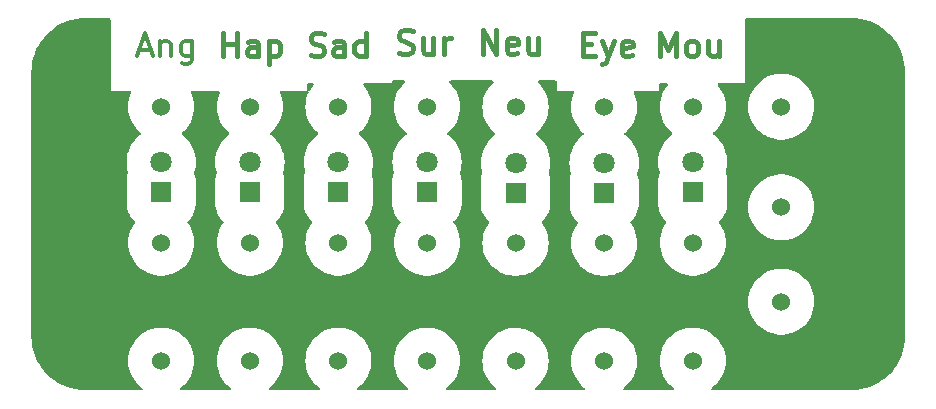
<source format=gbr>
%TF.GenerationSoftware,KiCad,Pcbnew,8.0.1-rc1*%
%TF.CreationDate,2024-04-18T22:38:37-05:00*%
%TF.ProjectId,Emotion LED,456d6f74-696f-46e2-904c-45442e6b6963,rev?*%
%TF.SameCoordinates,Original*%
%TF.FileFunction,Copper,L1,Top*%
%TF.FilePolarity,Positive*%
%FSLAX46Y46*%
G04 Gerber Fmt 4.6, Leading zero omitted, Abs format (unit mm)*
G04 Created by KiCad (PCBNEW 8.0.1-rc1) date 2024-04-18 22:38:37*
%MOMM*%
%LPD*%
G01*
G04 APERTURE LIST*
%ADD10C,0.400000*%
%TA.AperFunction,NonConductor*%
%ADD11C,0.400000*%
%TD*%
%ADD12C,0.375000*%
%TA.AperFunction,NonConductor*%
%ADD13C,0.375000*%
%TD*%
%TA.AperFunction,ComponentPad*%
%ADD14C,1.524000*%
%TD*%
%TA.AperFunction,ComponentPad*%
%ADD15C,1.800000*%
%TD*%
%TA.AperFunction,ComponentPad*%
%ADD16R,1.800000X1.800000*%
%TD*%
G04 APERTURE END LIST*
D10*
D11*
X59644109Y-29139200D02*
X59929823Y-29234438D01*
X59929823Y-29234438D02*
X60406014Y-29234438D01*
X60406014Y-29234438D02*
X60596490Y-29139200D01*
X60596490Y-29139200D02*
X60691728Y-29043961D01*
X60691728Y-29043961D02*
X60786966Y-28853485D01*
X60786966Y-28853485D02*
X60786966Y-28663009D01*
X60786966Y-28663009D02*
X60691728Y-28472533D01*
X60691728Y-28472533D02*
X60596490Y-28377295D01*
X60596490Y-28377295D02*
X60406014Y-28282057D01*
X60406014Y-28282057D02*
X60025061Y-28186819D01*
X60025061Y-28186819D02*
X59834585Y-28091580D01*
X59834585Y-28091580D02*
X59739347Y-27996342D01*
X59739347Y-27996342D02*
X59644109Y-27805866D01*
X59644109Y-27805866D02*
X59644109Y-27615390D01*
X59644109Y-27615390D02*
X59739347Y-27424914D01*
X59739347Y-27424914D02*
X59834585Y-27329676D01*
X59834585Y-27329676D02*
X60025061Y-27234438D01*
X60025061Y-27234438D02*
X60501252Y-27234438D01*
X60501252Y-27234438D02*
X60786966Y-27329676D01*
X62501252Y-29234438D02*
X62501252Y-28186819D01*
X62501252Y-28186819D02*
X62406014Y-27996342D01*
X62406014Y-27996342D02*
X62215538Y-27901104D01*
X62215538Y-27901104D02*
X61834585Y-27901104D01*
X61834585Y-27901104D02*
X61644109Y-27996342D01*
X62501252Y-29139200D02*
X62310776Y-29234438D01*
X62310776Y-29234438D02*
X61834585Y-29234438D01*
X61834585Y-29234438D02*
X61644109Y-29139200D01*
X61644109Y-29139200D02*
X61548871Y-28948723D01*
X61548871Y-28948723D02*
X61548871Y-28758247D01*
X61548871Y-28758247D02*
X61644109Y-28567771D01*
X61644109Y-28567771D02*
X61834585Y-28472533D01*
X61834585Y-28472533D02*
X62310776Y-28472533D01*
X62310776Y-28472533D02*
X62501252Y-28377295D01*
X64310776Y-29234438D02*
X64310776Y-27234438D01*
X64310776Y-29139200D02*
X64120300Y-29234438D01*
X64120300Y-29234438D02*
X63739347Y-29234438D01*
X63739347Y-29234438D02*
X63548871Y-29139200D01*
X63548871Y-29139200D02*
X63453633Y-29043961D01*
X63453633Y-29043961D02*
X63358395Y-28853485D01*
X63358395Y-28853485D02*
X63358395Y-28282057D01*
X63358395Y-28282057D02*
X63453633Y-28091580D01*
X63453633Y-28091580D02*
X63548871Y-27996342D01*
X63548871Y-27996342D02*
X63739347Y-27901104D01*
X63739347Y-27901104D02*
X64120300Y-27901104D01*
X64120300Y-27901104D02*
X64310776Y-27996342D01*
D10*
D11*
X52239347Y-29234438D02*
X52239347Y-27234438D01*
X52239347Y-28186819D02*
X53382204Y-28186819D01*
X53382204Y-29234438D02*
X53382204Y-27234438D01*
X55191728Y-29234438D02*
X55191728Y-28186819D01*
X55191728Y-28186819D02*
X55096490Y-27996342D01*
X55096490Y-27996342D02*
X54906014Y-27901104D01*
X54906014Y-27901104D02*
X54525061Y-27901104D01*
X54525061Y-27901104D02*
X54334585Y-27996342D01*
X55191728Y-29139200D02*
X55001252Y-29234438D01*
X55001252Y-29234438D02*
X54525061Y-29234438D01*
X54525061Y-29234438D02*
X54334585Y-29139200D01*
X54334585Y-29139200D02*
X54239347Y-28948723D01*
X54239347Y-28948723D02*
X54239347Y-28758247D01*
X54239347Y-28758247D02*
X54334585Y-28567771D01*
X54334585Y-28567771D02*
X54525061Y-28472533D01*
X54525061Y-28472533D02*
X55001252Y-28472533D01*
X55001252Y-28472533D02*
X55191728Y-28377295D01*
X56144109Y-27901104D02*
X56144109Y-29901104D01*
X56144109Y-27996342D02*
X56334585Y-27901104D01*
X56334585Y-27901104D02*
X56715538Y-27901104D01*
X56715538Y-27901104D02*
X56906014Y-27996342D01*
X56906014Y-27996342D02*
X57001252Y-28091580D01*
X57001252Y-28091580D02*
X57096490Y-28282057D01*
X57096490Y-28282057D02*
X57096490Y-28853485D01*
X57096490Y-28853485D02*
X57001252Y-29043961D01*
X57001252Y-29043961D02*
X56906014Y-29139200D01*
X56906014Y-29139200D02*
X56715538Y-29234438D01*
X56715538Y-29234438D02*
X56334585Y-29234438D01*
X56334585Y-29234438D02*
X56144109Y-29139200D01*
D10*
D11*
X74239347Y-29014550D02*
X74239347Y-27014550D01*
X74239347Y-27014550D02*
X75382204Y-29014550D01*
X75382204Y-29014550D02*
X75382204Y-27014550D01*
X77096490Y-28919312D02*
X76906014Y-29014550D01*
X76906014Y-29014550D02*
X76525061Y-29014550D01*
X76525061Y-29014550D02*
X76334585Y-28919312D01*
X76334585Y-28919312D02*
X76239347Y-28728835D01*
X76239347Y-28728835D02*
X76239347Y-27966931D01*
X76239347Y-27966931D02*
X76334585Y-27776454D01*
X76334585Y-27776454D02*
X76525061Y-27681216D01*
X76525061Y-27681216D02*
X76906014Y-27681216D01*
X76906014Y-27681216D02*
X77096490Y-27776454D01*
X77096490Y-27776454D02*
X77191728Y-27966931D01*
X77191728Y-27966931D02*
X77191728Y-28157407D01*
X77191728Y-28157407D02*
X76239347Y-28347883D01*
X78906014Y-27681216D02*
X78906014Y-29014550D01*
X78048871Y-27681216D02*
X78048871Y-28728835D01*
X78048871Y-28728835D02*
X78144109Y-28919312D01*
X78144109Y-28919312D02*
X78334585Y-29014550D01*
X78334585Y-29014550D02*
X78620300Y-29014550D01*
X78620300Y-29014550D02*
X78810776Y-28919312D01*
X78810776Y-28919312D02*
X78906014Y-28824073D01*
D10*
D11*
X67144109Y-28919312D02*
X67429823Y-29014550D01*
X67429823Y-29014550D02*
X67906014Y-29014550D01*
X67906014Y-29014550D02*
X68096490Y-28919312D01*
X68096490Y-28919312D02*
X68191728Y-28824073D01*
X68191728Y-28824073D02*
X68286966Y-28633597D01*
X68286966Y-28633597D02*
X68286966Y-28443121D01*
X68286966Y-28443121D02*
X68191728Y-28252645D01*
X68191728Y-28252645D02*
X68096490Y-28157407D01*
X68096490Y-28157407D02*
X67906014Y-28062169D01*
X67906014Y-28062169D02*
X67525061Y-27966931D01*
X67525061Y-27966931D02*
X67334585Y-27871692D01*
X67334585Y-27871692D02*
X67239347Y-27776454D01*
X67239347Y-27776454D02*
X67144109Y-27585978D01*
X67144109Y-27585978D02*
X67144109Y-27395502D01*
X67144109Y-27395502D02*
X67239347Y-27205026D01*
X67239347Y-27205026D02*
X67334585Y-27109788D01*
X67334585Y-27109788D02*
X67525061Y-27014550D01*
X67525061Y-27014550D02*
X68001252Y-27014550D01*
X68001252Y-27014550D02*
X68286966Y-27109788D01*
X70001252Y-27681216D02*
X70001252Y-29014550D01*
X69144109Y-27681216D02*
X69144109Y-28728835D01*
X69144109Y-28728835D02*
X69239347Y-28919312D01*
X69239347Y-28919312D02*
X69429823Y-29014550D01*
X69429823Y-29014550D02*
X69715538Y-29014550D01*
X69715538Y-29014550D02*
X69906014Y-28919312D01*
X69906014Y-28919312D02*
X70001252Y-28824073D01*
X70953633Y-29014550D02*
X70953633Y-27681216D01*
X70953633Y-28062169D02*
X71048871Y-27871692D01*
X71048871Y-27871692D02*
X71144109Y-27776454D01*
X71144109Y-27776454D02*
X71334585Y-27681216D01*
X71334585Y-27681216D02*
X71525062Y-27681216D01*
D12*
D13*
X45127662Y-28664309D02*
X46080043Y-28664309D01*
X44937186Y-29235738D02*
X45603852Y-27235738D01*
X45603852Y-27235738D02*
X46270519Y-29235738D01*
X46937186Y-27902404D02*
X46937186Y-29235738D01*
X46937186Y-28092880D02*
X47032424Y-27997642D01*
X47032424Y-27997642D02*
X47222900Y-27902404D01*
X47222900Y-27902404D02*
X47508615Y-27902404D01*
X47508615Y-27902404D02*
X47699091Y-27997642D01*
X47699091Y-27997642D02*
X47794329Y-28188119D01*
X47794329Y-28188119D02*
X47794329Y-29235738D01*
X49603853Y-27902404D02*
X49603853Y-29521452D01*
X49603853Y-29521452D02*
X49508615Y-29711928D01*
X49508615Y-29711928D02*
X49413377Y-29807166D01*
X49413377Y-29807166D02*
X49222900Y-29902404D01*
X49222900Y-29902404D02*
X48937186Y-29902404D01*
X48937186Y-29902404D02*
X48746710Y-29807166D01*
X49603853Y-29140500D02*
X49413377Y-29235738D01*
X49413377Y-29235738D02*
X49032424Y-29235738D01*
X49032424Y-29235738D02*
X48841948Y-29140500D01*
X48841948Y-29140500D02*
X48746710Y-29045261D01*
X48746710Y-29045261D02*
X48651472Y-28854785D01*
X48651472Y-28854785D02*
X48651472Y-28283357D01*
X48651472Y-28283357D02*
X48746710Y-28092880D01*
X48746710Y-28092880D02*
X48841948Y-27997642D01*
X48841948Y-27997642D02*
X49032424Y-27902404D01*
X49032424Y-27902404D02*
X49413377Y-27902404D01*
X49413377Y-27902404D02*
X49603853Y-27997642D01*
D10*
D11*
X89239347Y-29234438D02*
X89239347Y-27234438D01*
X89239347Y-27234438D02*
X89906014Y-28663009D01*
X89906014Y-28663009D02*
X90572680Y-27234438D01*
X90572680Y-27234438D02*
X90572680Y-29234438D01*
X91810775Y-29234438D02*
X91620299Y-29139200D01*
X91620299Y-29139200D02*
X91525061Y-29043961D01*
X91525061Y-29043961D02*
X91429823Y-28853485D01*
X91429823Y-28853485D02*
X91429823Y-28282057D01*
X91429823Y-28282057D02*
X91525061Y-28091580D01*
X91525061Y-28091580D02*
X91620299Y-27996342D01*
X91620299Y-27996342D02*
X91810775Y-27901104D01*
X91810775Y-27901104D02*
X92096490Y-27901104D01*
X92096490Y-27901104D02*
X92286966Y-27996342D01*
X92286966Y-27996342D02*
X92382204Y-28091580D01*
X92382204Y-28091580D02*
X92477442Y-28282057D01*
X92477442Y-28282057D02*
X92477442Y-28853485D01*
X92477442Y-28853485D02*
X92382204Y-29043961D01*
X92382204Y-29043961D02*
X92286966Y-29139200D01*
X92286966Y-29139200D02*
X92096490Y-29234438D01*
X92096490Y-29234438D02*
X91810775Y-29234438D01*
X94191728Y-27901104D02*
X94191728Y-29234438D01*
X93334585Y-27901104D02*
X93334585Y-28948723D01*
X93334585Y-28948723D02*
X93429823Y-29139200D01*
X93429823Y-29139200D02*
X93620299Y-29234438D01*
X93620299Y-29234438D02*
X93906014Y-29234438D01*
X93906014Y-29234438D02*
X94096490Y-29139200D01*
X94096490Y-29139200D02*
X94191728Y-29043961D01*
D10*
D11*
X82739347Y-28186819D02*
X83406014Y-28186819D01*
X83691728Y-29234438D02*
X82739347Y-29234438D01*
X82739347Y-29234438D02*
X82739347Y-27234438D01*
X82739347Y-27234438D02*
X83691728Y-27234438D01*
X84358395Y-27901104D02*
X84834585Y-29234438D01*
X85310776Y-27901104D02*
X84834585Y-29234438D01*
X84834585Y-29234438D02*
X84644109Y-29710628D01*
X84644109Y-29710628D02*
X84548871Y-29805866D01*
X84548871Y-29805866D02*
X84358395Y-29901104D01*
X86834586Y-29139200D02*
X86644110Y-29234438D01*
X86644110Y-29234438D02*
X86263157Y-29234438D01*
X86263157Y-29234438D02*
X86072681Y-29139200D01*
X86072681Y-29139200D02*
X85977443Y-28948723D01*
X85977443Y-28948723D02*
X85977443Y-28186819D01*
X85977443Y-28186819D02*
X86072681Y-27996342D01*
X86072681Y-27996342D02*
X86263157Y-27901104D01*
X86263157Y-27901104D02*
X86644110Y-27901104D01*
X86644110Y-27901104D02*
X86834586Y-27996342D01*
X86834586Y-27996342D02*
X86929824Y-28186819D01*
X86929824Y-28186819D02*
X86929824Y-28377295D01*
X86929824Y-28377295D02*
X85977443Y-28567771D01*
D14*
%TO.P,,1*%
%TO.N,N/C*%
X99500000Y-42000000D03*
%TD*%
%TO.P,,1*%
%TO.N,N/C*%
X99500000Y-50000000D03*
%TD*%
%TO.P,REF\u002A\u002A,1*%
%TO.N,N/C*%
X47000000Y-45000000D03*
%TO.P,REF\u002A\u002A,2*%
X47000000Y-55000000D03*
%TD*%
D15*
%TO.P,REF\u002A\u002A,2*%
%TO.N,N/C*%
X77000000Y-38235000D03*
D16*
%TO.P,REF\u002A\u002A,1*%
X77000000Y-40775000D03*
%TD*%
D14*
%TO.P,REF\u002A\u002A,2*%
%TO.N,N/C*%
X84500000Y-55025000D03*
%TO.P,REF\u002A\u002A,1*%
X84500000Y-45025000D03*
%TD*%
%TO.P,REF\u002A\u002A,2*%
%TO.N,N/C*%
X69500000Y-55000000D03*
%TO.P,REF\u002A\u002A,1*%
X69500000Y-45000000D03*
%TD*%
D15*
%TO.P,REF\u002A\u002A,2*%
%TO.N,N/C*%
X84500000Y-38235000D03*
D16*
%TO.P,REF\u002A\u002A,1*%
X84500000Y-40775000D03*
%TD*%
%TO.P,REF\u002A\u002A,1*%
%TO.N,N/C*%
X47000000Y-40750000D03*
D15*
%TO.P,REF\u002A\u002A,2*%
X47000000Y-38210000D03*
%TD*%
D14*
%TO.P,REF\u002A\u002A,2*%
%TO.N,N/C*%
X62000000Y-55000000D03*
%TO.P,REF\u002A\u002A,1*%
X62000000Y-45000000D03*
%TD*%
%TO.P,,2*%
%TO.N,N/C*%
X99500000Y-33500000D03*
%TD*%
%TO.P,,1*%
%TO.N,N/C*%
X69500000Y-33500000D03*
%TD*%
%TO.P,,1*%
%TO.N,N/C*%
X62000000Y-33500000D03*
%TD*%
%TO.P,,1*%
%TO.N,N/C*%
X47000000Y-33500000D03*
%TD*%
D16*
%TO.P,REF\u002A\u002A,1*%
%TO.N,N/C*%
X62000000Y-40750000D03*
D15*
%TO.P,REF\u002A\u002A,2*%
X62000000Y-38210000D03*
%TD*%
D14*
%TO.P,,1*%
%TO.N,N/C*%
X84500000Y-33525000D03*
%TD*%
%TO.P,,1*%
%TO.N,N/C*%
X77000000Y-33525000D03*
%TD*%
%TO.P,,1*%
%TO.N,N/C*%
X54500000Y-33500000D03*
%TD*%
D15*
%TO.P,REF\u002A\u002A,2*%
%TO.N,N/C*%
X92000000Y-38210000D03*
D16*
%TO.P,REF\u002A\u002A,1*%
X92000000Y-40750000D03*
%TD*%
D15*
%TO.P,REF\u002A\u002A,2*%
%TO.N,N/C*%
X69500000Y-38210000D03*
D16*
%TO.P,REF\u002A\u002A,1*%
X69500000Y-40750000D03*
%TD*%
D14*
%TO.P,,1*%
%TO.N,N/C*%
X92000000Y-33500000D03*
%TD*%
D16*
%TO.P,REF\u002A\u002A,1*%
%TO.N,N/C*%
X54500000Y-40750000D03*
D15*
%TO.P,REF\u002A\u002A,2*%
X54500000Y-38210000D03*
%TD*%
D14*
%TO.P,REF\u002A\u002A,2*%
%TO.N,N/C*%
X77000000Y-55025000D03*
%TO.P,REF\u002A\u002A,1*%
X77000000Y-45025000D03*
%TD*%
%TO.P,REF\u002A\u002A,1*%
%TO.N,N/C*%
X54500000Y-45000000D03*
%TO.P,REF\u002A\u002A,2*%
X54500000Y-55000000D03*
%TD*%
%TO.P,REF\u002A\u002A,2*%
%TO.N,N/C*%
X92000000Y-55000000D03*
%TO.P,REF\u002A\u002A,1*%
X92000000Y-45000000D03*
%TD*%
%TA.AperFunction,Conductor*%
%TO.N,GRD*%
G36*
X42653066Y-26020185D02*
G01*
X42698821Y-26072989D01*
X42710027Y-26124500D01*
X42710027Y-32129563D01*
X44359214Y-32129563D01*
X44426253Y-32149248D01*
X44472008Y-32202052D01*
X44481952Y-32271210D01*
X44473073Y-32302677D01*
X44369578Y-32542605D01*
X44276217Y-32854455D01*
X44276214Y-32854466D01*
X44219692Y-33175020D01*
X44219691Y-33175028D01*
X44200764Y-33499996D01*
X44200764Y-33500003D01*
X44219691Y-33824971D01*
X44219692Y-33824979D01*
X44276214Y-34145533D01*
X44276217Y-34145544D01*
X44369578Y-34457394D01*
X44498507Y-34756286D01*
X44498513Y-34756299D01*
X44661272Y-35038206D01*
X44855657Y-35299310D01*
X44855662Y-35299316D01*
X44879247Y-35324314D01*
X45079048Y-35536090D01*
X45079054Y-35536095D01*
X45079056Y-35536097D01*
X45238560Y-35669937D01*
X45277262Y-35728108D01*
X45278370Y-35797969D01*
X45241533Y-35857339D01*
X45238560Y-35859915D01*
X44984194Y-36073354D01*
X44984184Y-36073364D01*
X44749768Y-36321828D01*
X44749766Y-36321831D01*
X44545777Y-36595838D01*
X44374983Y-36891661D01*
X44374977Y-36891674D01*
X44239681Y-37205324D01*
X44141709Y-37532574D01*
X44141707Y-37532582D01*
X44082393Y-37868969D01*
X44082392Y-37868980D01*
X44062530Y-38209996D01*
X44062530Y-38210003D01*
X44082392Y-38551019D01*
X44082393Y-38551030D01*
X44141707Y-38887417D01*
X44141709Y-38887425D01*
X44193887Y-39061711D01*
X44194256Y-39131580D01*
X44193678Y-39133529D01*
X44114756Y-39391673D01*
X44070290Y-39672415D01*
X44070289Y-39672427D01*
X44067500Y-39736324D01*
X44067500Y-41763675D01*
X44070289Y-41827572D01*
X44070290Y-41827584D01*
X44114756Y-42108326D01*
X44180990Y-42324971D01*
X44197864Y-42380161D01*
X44317995Y-42637782D01*
X44472810Y-42876176D01*
X44659296Y-43090704D01*
X44741456Y-43162124D01*
X44741457Y-43162125D01*
X44779138Y-43220963D01*
X44779028Y-43290832D01*
X44759570Y-43329756D01*
X44661271Y-43461794D01*
X44498513Y-43743700D01*
X44498507Y-43743713D01*
X44369578Y-44042605D01*
X44276217Y-44354455D01*
X44276214Y-44354466D01*
X44219692Y-44675020D01*
X44219691Y-44675028D01*
X44200764Y-44999996D01*
X44200764Y-45000003D01*
X44219691Y-45324971D01*
X44219692Y-45324979D01*
X44276214Y-45645533D01*
X44276217Y-45645544D01*
X44369578Y-45957394D01*
X44498507Y-46256286D01*
X44498513Y-46256299D01*
X44661272Y-46538206D01*
X44855657Y-46799310D01*
X44855662Y-46799316D01*
X44879247Y-46824314D01*
X45079048Y-47036090D01*
X45079054Y-47036095D01*
X45079056Y-47036097D01*
X45328407Y-47245329D01*
X45600387Y-47424212D01*
X45600389Y-47424213D01*
X45891271Y-47570301D01*
X45891277Y-47570303D01*
X45891279Y-47570304D01*
X46197170Y-47681639D01*
X46513918Y-47756709D01*
X46837239Y-47794500D01*
X46837246Y-47794500D01*
X47162754Y-47794500D01*
X47162761Y-47794500D01*
X47486082Y-47756709D01*
X47802830Y-47681639D01*
X48108721Y-47570304D01*
X48108724Y-47570302D01*
X48108728Y-47570301D01*
X48399610Y-47424213D01*
X48399612Y-47424212D01*
X48399611Y-47424212D01*
X48399618Y-47424209D01*
X48671588Y-47245332D01*
X48674021Y-47243291D01*
X48769431Y-47163230D01*
X48920952Y-47036090D01*
X49144339Y-46799314D01*
X49338728Y-46538205D01*
X49501489Y-46256295D01*
X49630421Y-45957395D01*
X49723782Y-45645548D01*
X49780309Y-45324971D01*
X49799236Y-45000000D01*
X49780309Y-44675029D01*
X49736083Y-44424212D01*
X49723785Y-44354466D01*
X49723783Y-44354460D01*
X49723782Y-44354452D01*
X49630421Y-44042605D01*
X49501489Y-43743705D01*
X49338728Y-43461795D01*
X49338727Y-43461793D01*
X49240429Y-43329757D01*
X49216185Y-43264228D01*
X49231217Y-43195995D01*
X49258537Y-43162129D01*
X49340704Y-43090704D01*
X49527190Y-42876176D01*
X49682005Y-42637782D01*
X49802136Y-42380161D01*
X49885243Y-42108329D01*
X49929710Y-41827577D01*
X49932500Y-41763674D01*
X49932500Y-39736326D01*
X49929710Y-39672423D01*
X49914404Y-39575787D01*
X49885244Y-39391676D01*
X49885243Y-39391673D01*
X49885243Y-39391671D01*
X49806319Y-39133524D01*
X49805544Y-39063664D01*
X49806072Y-39061842D01*
X49858290Y-38887427D01*
X49917608Y-38551019D01*
X49937470Y-38210000D01*
X49917608Y-37868981D01*
X49862700Y-37557582D01*
X49858292Y-37532582D01*
X49858290Y-37532574D01*
X49767803Y-37230326D01*
X49760319Y-37205326D01*
X49625019Y-36891666D01*
X49454220Y-36595834D01*
X49250233Y-36321831D01*
X49250231Y-36321828D01*
X49039400Y-36098362D01*
X49015814Y-36073362D01*
X49015807Y-36073356D01*
X49015805Y-36073354D01*
X48761439Y-35859915D01*
X48722737Y-35801744D01*
X48721629Y-35731883D01*
X48758466Y-35672513D01*
X48761405Y-35669965D01*
X48920952Y-35536090D01*
X49144339Y-35299314D01*
X49338728Y-35038205D01*
X49501489Y-34756295D01*
X49630421Y-34457395D01*
X49723782Y-34145548D01*
X49780309Y-33824971D01*
X49799236Y-33500000D01*
X49780309Y-33175029D01*
X49728191Y-32879455D01*
X49723785Y-32854466D01*
X49723783Y-32854460D01*
X49723782Y-32854452D01*
X49630421Y-32542605D01*
X49526927Y-32302677D01*
X49518449Y-32233323D01*
X49548812Y-32170396D01*
X49608376Y-32133873D01*
X49640786Y-32129563D01*
X49941444Y-32129563D01*
X49972234Y-32138604D01*
X50001847Y-32138604D01*
X51855314Y-32138604D01*
X51922353Y-32158289D01*
X51968108Y-32211093D01*
X51978052Y-32280251D01*
X51969173Y-32311717D01*
X51869579Y-32542601D01*
X51776217Y-32854455D01*
X51776214Y-32854466D01*
X51719692Y-33175020D01*
X51719691Y-33175028D01*
X51700764Y-33499996D01*
X51700764Y-33500003D01*
X51719691Y-33824971D01*
X51719692Y-33824979D01*
X51776214Y-34145533D01*
X51776217Y-34145544D01*
X51869578Y-34457394D01*
X51998507Y-34756286D01*
X51998513Y-34756299D01*
X52161272Y-35038206D01*
X52355657Y-35299310D01*
X52355662Y-35299316D01*
X52379247Y-35324314D01*
X52579048Y-35536090D01*
X52579054Y-35536095D01*
X52579056Y-35536097D01*
X52738560Y-35669937D01*
X52777262Y-35728108D01*
X52778370Y-35797969D01*
X52741533Y-35857339D01*
X52738560Y-35859915D01*
X52484194Y-36073354D01*
X52484184Y-36073364D01*
X52249768Y-36321828D01*
X52249766Y-36321831D01*
X52045777Y-36595838D01*
X51874983Y-36891661D01*
X51874977Y-36891674D01*
X51739681Y-37205324D01*
X51641709Y-37532574D01*
X51641707Y-37532582D01*
X51582393Y-37868969D01*
X51582392Y-37868980D01*
X51562530Y-38209996D01*
X51562530Y-38210003D01*
X51582392Y-38551019D01*
X51582393Y-38551030D01*
X51641707Y-38887417D01*
X51641709Y-38887425D01*
X51693887Y-39061711D01*
X51694256Y-39131580D01*
X51693678Y-39133529D01*
X51614756Y-39391673D01*
X51570290Y-39672415D01*
X51570289Y-39672427D01*
X51567500Y-39736324D01*
X51567500Y-41763675D01*
X51570289Y-41827572D01*
X51570290Y-41827584D01*
X51614756Y-42108326D01*
X51680990Y-42324971D01*
X51697864Y-42380161D01*
X51817995Y-42637782D01*
X51972810Y-42876176D01*
X52159296Y-43090704D01*
X52241456Y-43162124D01*
X52241457Y-43162125D01*
X52279138Y-43220963D01*
X52279028Y-43290832D01*
X52259570Y-43329756D01*
X52161271Y-43461794D01*
X51998513Y-43743700D01*
X51998507Y-43743713D01*
X51869578Y-44042605D01*
X51776217Y-44354455D01*
X51776214Y-44354466D01*
X51719692Y-44675020D01*
X51719691Y-44675028D01*
X51700764Y-44999996D01*
X51700764Y-45000003D01*
X51719691Y-45324971D01*
X51719692Y-45324979D01*
X51776214Y-45645533D01*
X51776217Y-45645544D01*
X51869578Y-45957394D01*
X51998507Y-46256286D01*
X51998513Y-46256299D01*
X52161272Y-46538206D01*
X52355657Y-46799310D01*
X52355662Y-46799316D01*
X52379247Y-46824314D01*
X52579048Y-47036090D01*
X52579054Y-47036095D01*
X52579056Y-47036097D01*
X52828407Y-47245329D01*
X53100387Y-47424212D01*
X53100389Y-47424213D01*
X53391271Y-47570301D01*
X53391277Y-47570303D01*
X53391279Y-47570304D01*
X53697170Y-47681639D01*
X54013918Y-47756709D01*
X54337239Y-47794500D01*
X54337246Y-47794500D01*
X54662754Y-47794500D01*
X54662761Y-47794500D01*
X54986082Y-47756709D01*
X55302830Y-47681639D01*
X55608721Y-47570304D01*
X55608724Y-47570302D01*
X55608728Y-47570301D01*
X55899610Y-47424213D01*
X55899612Y-47424212D01*
X55899611Y-47424212D01*
X55899618Y-47424209D01*
X56171588Y-47245332D01*
X56174021Y-47243291D01*
X56269431Y-47163230D01*
X56420952Y-47036090D01*
X56644339Y-46799314D01*
X56838728Y-46538205D01*
X57001489Y-46256295D01*
X57130421Y-45957395D01*
X57223782Y-45645548D01*
X57280309Y-45324971D01*
X57299236Y-45000000D01*
X57280309Y-44675029D01*
X57236083Y-44424212D01*
X57223785Y-44354466D01*
X57223783Y-44354460D01*
X57223782Y-44354452D01*
X57130421Y-44042605D01*
X57001489Y-43743705D01*
X56838728Y-43461795D01*
X56838727Y-43461793D01*
X56740429Y-43329757D01*
X56716185Y-43264228D01*
X56731217Y-43195995D01*
X56758537Y-43162129D01*
X56840704Y-43090704D01*
X57027190Y-42876176D01*
X57182005Y-42637782D01*
X57302136Y-42380161D01*
X57385243Y-42108329D01*
X57429710Y-41827577D01*
X57432500Y-41763674D01*
X57432500Y-39736326D01*
X57429710Y-39672423D01*
X57414404Y-39575787D01*
X57385244Y-39391676D01*
X57385243Y-39391673D01*
X57385243Y-39391671D01*
X57306319Y-39133524D01*
X57305544Y-39063664D01*
X57306072Y-39061842D01*
X57358290Y-38887427D01*
X57417608Y-38551019D01*
X57437470Y-38210000D01*
X57417608Y-37868981D01*
X57362700Y-37557582D01*
X57358292Y-37532582D01*
X57358290Y-37532574D01*
X57267803Y-37230326D01*
X57260319Y-37205326D01*
X57125019Y-36891666D01*
X56954220Y-36595834D01*
X56750233Y-36321831D01*
X56750231Y-36321828D01*
X56539400Y-36098362D01*
X56515814Y-36073362D01*
X56515807Y-36073356D01*
X56515805Y-36073354D01*
X56261439Y-35859915D01*
X56222737Y-35801744D01*
X56221629Y-35731883D01*
X56258466Y-35672513D01*
X56261405Y-35669965D01*
X56420952Y-35536090D01*
X56644339Y-35299314D01*
X56838728Y-35038205D01*
X57001489Y-34756295D01*
X57130421Y-34457395D01*
X57223782Y-34145548D01*
X57280309Y-33824971D01*
X57299236Y-33500000D01*
X57280309Y-33175029D01*
X57228191Y-32879455D01*
X57223785Y-32854466D01*
X57223783Y-32854460D01*
X57223782Y-32854452D01*
X57130421Y-32542605D01*
X57130420Y-32542601D01*
X57030827Y-32311717D01*
X57022349Y-32242364D01*
X57052712Y-32179437D01*
X57112276Y-32142914D01*
X57144686Y-32138604D01*
X59355314Y-32138604D01*
X59372434Y-32143631D01*
X59343114Y-32102455D01*
X59336294Y-32061899D01*
X59336294Y-31598242D01*
X59355979Y-31531203D01*
X59408783Y-31485448D01*
X59460294Y-31474242D01*
X59781836Y-31474242D01*
X59848875Y-31493927D01*
X59894630Y-31546731D01*
X59904574Y-31615889D01*
X59875549Y-31679445D01*
X59872029Y-31683337D01*
X59855662Y-31700683D01*
X59855657Y-31700689D01*
X59661272Y-31961793D01*
X59567681Y-32123899D01*
X59517114Y-32172115D01*
X59448507Y-32185338D01*
X59444348Y-32183673D01*
X59468108Y-32211093D01*
X59478052Y-32280251D01*
X59469173Y-32311717D01*
X59369579Y-32542601D01*
X59276217Y-32854455D01*
X59276214Y-32854466D01*
X59219692Y-33175020D01*
X59219691Y-33175028D01*
X59200764Y-33499996D01*
X59200764Y-33500003D01*
X59219691Y-33824971D01*
X59219692Y-33824979D01*
X59276214Y-34145533D01*
X59276217Y-34145544D01*
X59369578Y-34457394D01*
X59498507Y-34756286D01*
X59498513Y-34756299D01*
X59661272Y-35038206D01*
X59855657Y-35299310D01*
X59855662Y-35299316D01*
X59879247Y-35324314D01*
X60079048Y-35536090D01*
X60079054Y-35536095D01*
X60079056Y-35536097D01*
X60238560Y-35669937D01*
X60277262Y-35728108D01*
X60278370Y-35797969D01*
X60241533Y-35857339D01*
X60238560Y-35859915D01*
X59984194Y-36073354D01*
X59984184Y-36073364D01*
X59749768Y-36321828D01*
X59749766Y-36321831D01*
X59545777Y-36595838D01*
X59374983Y-36891661D01*
X59374977Y-36891674D01*
X59239681Y-37205324D01*
X59141709Y-37532574D01*
X59141707Y-37532582D01*
X59082393Y-37868969D01*
X59082392Y-37868980D01*
X59062530Y-38209996D01*
X59062530Y-38210003D01*
X59082392Y-38551019D01*
X59082393Y-38551030D01*
X59141707Y-38887417D01*
X59141709Y-38887425D01*
X59193887Y-39061711D01*
X59194256Y-39131580D01*
X59193678Y-39133529D01*
X59114756Y-39391673D01*
X59070290Y-39672415D01*
X59070289Y-39672427D01*
X59067500Y-39736324D01*
X59067500Y-41763675D01*
X59070289Y-41827572D01*
X59070290Y-41827584D01*
X59114756Y-42108326D01*
X59180990Y-42324971D01*
X59197864Y-42380161D01*
X59317995Y-42637782D01*
X59472810Y-42876176D01*
X59659296Y-43090704D01*
X59741456Y-43162124D01*
X59741457Y-43162125D01*
X59779138Y-43220963D01*
X59779028Y-43290832D01*
X59759570Y-43329756D01*
X59661271Y-43461794D01*
X59498513Y-43743700D01*
X59498507Y-43743713D01*
X59369578Y-44042605D01*
X59276217Y-44354455D01*
X59276214Y-44354466D01*
X59219692Y-44675020D01*
X59219691Y-44675028D01*
X59200764Y-44999996D01*
X59200764Y-45000003D01*
X59219691Y-45324971D01*
X59219692Y-45324979D01*
X59276214Y-45645533D01*
X59276217Y-45645544D01*
X59369578Y-45957394D01*
X59498507Y-46256286D01*
X59498513Y-46256299D01*
X59661272Y-46538206D01*
X59855657Y-46799310D01*
X59855662Y-46799316D01*
X59879247Y-46824314D01*
X60079048Y-47036090D01*
X60079054Y-47036095D01*
X60079056Y-47036097D01*
X60328407Y-47245329D01*
X60600387Y-47424212D01*
X60600389Y-47424213D01*
X60891271Y-47570301D01*
X60891277Y-47570303D01*
X60891279Y-47570304D01*
X61197170Y-47681639D01*
X61513918Y-47756709D01*
X61837239Y-47794500D01*
X61837246Y-47794500D01*
X62162754Y-47794500D01*
X62162761Y-47794500D01*
X62486082Y-47756709D01*
X62802830Y-47681639D01*
X63108721Y-47570304D01*
X63108724Y-47570302D01*
X63108728Y-47570301D01*
X63399610Y-47424213D01*
X63399612Y-47424212D01*
X63399611Y-47424212D01*
X63399618Y-47424209D01*
X63671588Y-47245332D01*
X63674021Y-47243291D01*
X63769431Y-47163230D01*
X63920952Y-47036090D01*
X64144339Y-46799314D01*
X64338728Y-46538205D01*
X64501489Y-46256295D01*
X64630421Y-45957395D01*
X64723782Y-45645548D01*
X64780309Y-45324971D01*
X64799236Y-45000000D01*
X64780309Y-44675029D01*
X64736083Y-44424212D01*
X64723785Y-44354466D01*
X64723783Y-44354460D01*
X64723782Y-44354452D01*
X64630421Y-44042605D01*
X64501489Y-43743705D01*
X64338728Y-43461795D01*
X64338727Y-43461793D01*
X64240429Y-43329757D01*
X64216185Y-43264228D01*
X64231217Y-43195995D01*
X64258537Y-43162129D01*
X64340704Y-43090704D01*
X64527190Y-42876176D01*
X64682005Y-42637782D01*
X64802136Y-42380161D01*
X64885243Y-42108329D01*
X64929710Y-41827577D01*
X64932500Y-41763674D01*
X64932500Y-39736326D01*
X64929710Y-39672423D01*
X64914404Y-39575787D01*
X64885244Y-39391676D01*
X64885243Y-39391673D01*
X64885243Y-39391671D01*
X64806319Y-39133524D01*
X64805544Y-39063664D01*
X64806072Y-39061842D01*
X64858290Y-38887427D01*
X64917608Y-38551019D01*
X64937470Y-38210000D01*
X64917608Y-37868981D01*
X64862700Y-37557582D01*
X64858292Y-37532582D01*
X64858290Y-37532574D01*
X64767803Y-37230326D01*
X64760319Y-37205326D01*
X64625019Y-36891666D01*
X64454220Y-36595834D01*
X64250233Y-36321831D01*
X64250231Y-36321828D01*
X64039400Y-36098362D01*
X64015814Y-36073362D01*
X64015807Y-36073356D01*
X64015805Y-36073354D01*
X63761439Y-35859915D01*
X63722737Y-35801744D01*
X63721629Y-35731883D01*
X63758466Y-35672513D01*
X63761405Y-35669965D01*
X63920952Y-35536090D01*
X64144339Y-35299314D01*
X64338728Y-35038205D01*
X64501489Y-34756295D01*
X64630421Y-34457395D01*
X64723782Y-34145548D01*
X64780309Y-33824971D01*
X64799236Y-33500000D01*
X64780309Y-33175029D01*
X64728191Y-32879455D01*
X64723785Y-32854466D01*
X64723783Y-32854460D01*
X64723782Y-32854452D01*
X64630421Y-32542605D01*
X64501489Y-32243705D01*
X64338728Y-31961795D01*
X64338727Y-31961793D01*
X64144342Y-31700689D01*
X64144337Y-31700683D01*
X64127971Y-31683337D01*
X64096283Y-31621066D01*
X64103291Y-31551549D01*
X64146771Y-31496857D01*
X64212917Y-31474353D01*
X64218164Y-31474242D01*
X66550581Y-31474242D01*
X66550581Y-31378354D01*
X66570266Y-31311315D01*
X66623070Y-31265560D01*
X66674581Y-31254354D01*
X67489290Y-31254354D01*
X67556329Y-31274039D01*
X67602084Y-31326843D01*
X67612028Y-31396001D01*
X67583003Y-31459557D01*
X67579484Y-31463448D01*
X67355662Y-31700683D01*
X67355657Y-31700689D01*
X67161272Y-31961793D01*
X66998513Y-32243700D01*
X66998507Y-32243713D01*
X66869578Y-32542605D01*
X66776217Y-32854455D01*
X66776214Y-32854466D01*
X66719692Y-33175020D01*
X66719691Y-33175028D01*
X66700764Y-33499996D01*
X66700764Y-33500003D01*
X66719691Y-33824971D01*
X66719692Y-33824979D01*
X66776214Y-34145533D01*
X66776217Y-34145544D01*
X66869578Y-34457394D01*
X66998507Y-34756286D01*
X66998513Y-34756299D01*
X67161272Y-35038206D01*
X67355657Y-35299310D01*
X67355662Y-35299316D01*
X67379247Y-35324314D01*
X67579048Y-35536090D01*
X67579054Y-35536095D01*
X67579056Y-35536097D01*
X67738560Y-35669937D01*
X67777262Y-35728108D01*
X67778370Y-35797969D01*
X67741533Y-35857339D01*
X67738560Y-35859915D01*
X67484194Y-36073354D01*
X67484184Y-36073364D01*
X67249768Y-36321828D01*
X67249766Y-36321831D01*
X67045777Y-36595838D01*
X66874983Y-36891661D01*
X66874977Y-36891674D01*
X66739681Y-37205324D01*
X66641709Y-37532574D01*
X66641707Y-37532582D01*
X66582393Y-37868969D01*
X66582392Y-37868980D01*
X66562530Y-38209996D01*
X66562530Y-38210003D01*
X66582392Y-38551019D01*
X66582393Y-38551030D01*
X66641707Y-38887417D01*
X66641709Y-38887425D01*
X66693887Y-39061711D01*
X66694256Y-39131580D01*
X66693678Y-39133529D01*
X66614756Y-39391673D01*
X66570290Y-39672415D01*
X66570289Y-39672427D01*
X66567500Y-39736324D01*
X66567500Y-41763675D01*
X66570289Y-41827572D01*
X66570290Y-41827584D01*
X66614756Y-42108326D01*
X66680990Y-42324971D01*
X66697864Y-42380161D01*
X66817995Y-42637782D01*
X66972810Y-42876176D01*
X67159296Y-43090704D01*
X67241456Y-43162124D01*
X67241457Y-43162125D01*
X67279138Y-43220963D01*
X67279028Y-43290832D01*
X67259570Y-43329756D01*
X67161271Y-43461794D01*
X66998513Y-43743700D01*
X66998507Y-43743713D01*
X66869578Y-44042605D01*
X66776217Y-44354455D01*
X66776214Y-44354466D01*
X66719692Y-44675020D01*
X66719691Y-44675028D01*
X66700764Y-44999996D01*
X66700764Y-45000003D01*
X66719691Y-45324971D01*
X66719692Y-45324979D01*
X66776214Y-45645533D01*
X66776217Y-45645544D01*
X66869578Y-45957394D01*
X66998507Y-46256286D01*
X66998513Y-46256299D01*
X67161272Y-46538206D01*
X67355657Y-46799310D01*
X67355662Y-46799316D01*
X67379247Y-46824314D01*
X67579048Y-47036090D01*
X67579054Y-47036095D01*
X67579056Y-47036097D01*
X67828407Y-47245329D01*
X68100387Y-47424212D01*
X68100389Y-47424213D01*
X68391271Y-47570301D01*
X68391277Y-47570303D01*
X68391279Y-47570304D01*
X68697170Y-47681639D01*
X69013918Y-47756709D01*
X69337239Y-47794500D01*
X69337246Y-47794500D01*
X69662754Y-47794500D01*
X69662761Y-47794500D01*
X69986082Y-47756709D01*
X70302830Y-47681639D01*
X70608721Y-47570304D01*
X70608724Y-47570302D01*
X70608728Y-47570301D01*
X70899610Y-47424213D01*
X70899612Y-47424212D01*
X70899611Y-47424212D01*
X70899618Y-47424209D01*
X71171588Y-47245332D01*
X71174021Y-47243291D01*
X71269431Y-47163230D01*
X71420952Y-47036090D01*
X71644339Y-46799314D01*
X71838728Y-46538205D01*
X72001489Y-46256295D01*
X72130421Y-45957395D01*
X72223782Y-45645548D01*
X72280309Y-45324971D01*
X72299236Y-45000000D01*
X72280309Y-44675029D01*
X72236083Y-44424212D01*
X72223785Y-44354466D01*
X72223783Y-44354460D01*
X72223782Y-44354452D01*
X72130421Y-44042605D01*
X72001489Y-43743705D01*
X71838728Y-43461795D01*
X71838727Y-43461793D01*
X71740429Y-43329757D01*
X71716185Y-43264228D01*
X71731217Y-43195995D01*
X71758537Y-43162129D01*
X71840704Y-43090704D01*
X72027190Y-42876176D01*
X72182005Y-42637782D01*
X72302136Y-42380161D01*
X72385243Y-42108329D01*
X72429710Y-41827577D01*
X72432500Y-41763674D01*
X72432500Y-39736326D01*
X72429710Y-39672423D01*
X72414404Y-39575787D01*
X72385244Y-39391676D01*
X72385243Y-39391673D01*
X72385243Y-39391671D01*
X72306319Y-39133524D01*
X72305544Y-39063664D01*
X72306072Y-39061842D01*
X72358290Y-38887427D01*
X72417608Y-38551019D01*
X72437470Y-38210000D01*
X72417608Y-37868981D01*
X72362700Y-37557582D01*
X72358292Y-37532582D01*
X72358290Y-37532574D01*
X72267803Y-37230326D01*
X72260319Y-37205326D01*
X72125019Y-36891666D01*
X71954220Y-36595834D01*
X71750233Y-36321831D01*
X71750231Y-36321828D01*
X71539400Y-36098362D01*
X71515814Y-36073362D01*
X71515807Y-36073356D01*
X71515805Y-36073354D01*
X71261439Y-35859915D01*
X71222737Y-35801744D01*
X71221629Y-35731883D01*
X71258466Y-35672513D01*
X71261405Y-35669965D01*
X71420952Y-35536090D01*
X71644339Y-35299314D01*
X71838728Y-35038205D01*
X72001489Y-34756295D01*
X72130421Y-34457395D01*
X72223782Y-34145548D01*
X72280309Y-33824971D01*
X72299236Y-33500000D01*
X72280309Y-33175029D01*
X72228191Y-32879455D01*
X72223785Y-32854466D01*
X72223783Y-32854460D01*
X72223782Y-32854452D01*
X72130421Y-32542605D01*
X72001489Y-32243705D01*
X71838728Y-31961795D01*
X71838727Y-31961793D01*
X71644342Y-31700689D01*
X71644337Y-31700683D01*
X71420516Y-31463448D01*
X71388828Y-31401177D01*
X71395838Y-31331660D01*
X71439318Y-31276968D01*
X71505465Y-31254465D01*
X71510710Y-31254354D01*
X71946029Y-31254354D01*
X71949693Y-31255430D01*
X71998467Y-31255430D01*
X75016611Y-31255430D01*
X75083650Y-31275115D01*
X75129405Y-31327919D01*
X75139349Y-31397077D01*
X75110324Y-31460633D01*
X75096318Y-31474419D01*
X75079048Y-31488909D01*
X75079046Y-31488912D01*
X74855662Y-31725683D01*
X74855657Y-31725689D01*
X74661272Y-31986793D01*
X74498513Y-32268700D01*
X74498507Y-32268713D01*
X74369578Y-32567605D01*
X74276217Y-32879455D01*
X74276214Y-32879466D01*
X74219692Y-33200020D01*
X74219691Y-33200028D01*
X74200764Y-33524996D01*
X74200764Y-33525003D01*
X74219691Y-33849971D01*
X74219692Y-33849979D01*
X74276214Y-34170533D01*
X74276217Y-34170544D01*
X74369578Y-34482394D01*
X74498507Y-34781286D01*
X74498513Y-34781299D01*
X74661272Y-35063206D01*
X74855657Y-35324310D01*
X74855662Y-35324316D01*
X74971031Y-35446599D01*
X75079048Y-35561090D01*
X75079054Y-35561095D01*
X75079056Y-35561097D01*
X75238560Y-35694937D01*
X75277262Y-35753108D01*
X75278370Y-35822969D01*
X75241533Y-35882339D01*
X75238560Y-35884915D01*
X74984194Y-36098354D01*
X74984184Y-36098364D01*
X74749768Y-36346828D01*
X74749766Y-36346831D01*
X74545777Y-36620838D01*
X74374983Y-36916661D01*
X74374977Y-36916674D01*
X74239681Y-37230324D01*
X74141709Y-37557574D01*
X74141707Y-37557582D01*
X74082393Y-37893969D01*
X74082392Y-37893980D01*
X74062530Y-38234996D01*
X74062530Y-38235003D01*
X74082392Y-38576019D01*
X74082393Y-38576030D01*
X74141707Y-38912417D01*
X74141709Y-38912425D01*
X74193887Y-39086711D01*
X74194256Y-39156580D01*
X74193678Y-39158529D01*
X74114756Y-39416673D01*
X74070290Y-39697415D01*
X74070289Y-39697427D01*
X74067500Y-39761324D01*
X74067500Y-41788675D01*
X74070289Y-41852572D01*
X74070290Y-41852584D01*
X74114756Y-42133326D01*
X74197863Y-42405159D01*
X74317994Y-42662780D01*
X74317997Y-42662785D01*
X74456574Y-42876176D01*
X74472810Y-42901176D01*
X74659296Y-43115704D01*
X74741456Y-43187124D01*
X74741457Y-43187125D01*
X74779138Y-43245963D01*
X74779028Y-43315832D01*
X74759570Y-43354756D01*
X74661271Y-43486794D01*
X74498513Y-43768700D01*
X74498507Y-43768713D01*
X74369578Y-44067605D01*
X74276217Y-44379455D01*
X74276214Y-44379466D01*
X74219692Y-44700020D01*
X74219691Y-44700028D01*
X74200764Y-45024996D01*
X74200764Y-45025003D01*
X74219691Y-45349971D01*
X74219692Y-45349979D01*
X74276214Y-45670533D01*
X74276217Y-45670544D01*
X74369578Y-45982394D01*
X74498507Y-46281286D01*
X74498513Y-46281299D01*
X74661272Y-46563206D01*
X74855657Y-46824310D01*
X74855662Y-46824316D01*
X74971031Y-46946599D01*
X75079048Y-47061090D01*
X75079054Y-47061095D01*
X75079056Y-47061097D01*
X75328407Y-47270329D01*
X75328412Y-47270332D01*
X75562377Y-47424213D01*
X75600387Y-47449212D01*
X75600389Y-47449213D01*
X75891271Y-47595301D01*
X75891277Y-47595303D01*
X75891279Y-47595304D01*
X76197170Y-47706639D01*
X76513918Y-47781709D01*
X76837239Y-47819500D01*
X76837246Y-47819500D01*
X77162754Y-47819500D01*
X77162761Y-47819500D01*
X77486082Y-47781709D01*
X77802830Y-47706639D01*
X78108721Y-47595304D01*
X78108724Y-47595302D01*
X78108728Y-47595301D01*
X78399610Y-47449213D01*
X78399612Y-47449212D01*
X78399611Y-47449212D01*
X78399618Y-47449209D01*
X78671588Y-47270332D01*
X78701386Y-47245329D01*
X78769431Y-47188230D01*
X78920952Y-47061090D01*
X79144339Y-46824314D01*
X79338728Y-46563205D01*
X79501489Y-46281295D01*
X79630421Y-45982395D01*
X79723782Y-45670548D01*
X79728191Y-45645548D01*
X79745034Y-45550018D01*
X79780309Y-45349971D01*
X79799236Y-45025000D01*
X79780309Y-44700029D01*
X79731675Y-44424213D01*
X79723785Y-44379466D01*
X79723783Y-44379460D01*
X79723782Y-44379452D01*
X79630421Y-44067605D01*
X79501489Y-43768705D01*
X79338728Y-43486795D01*
X79338727Y-43486793D01*
X79240429Y-43354757D01*
X79216185Y-43289228D01*
X79231217Y-43220995D01*
X79258537Y-43187129D01*
X79340704Y-43115704D01*
X79527190Y-42901176D01*
X79682005Y-42662782D01*
X79802136Y-42405161D01*
X79885243Y-42133329D01*
X79929710Y-41852577D01*
X79932500Y-41788674D01*
X79932500Y-39761326D01*
X79929710Y-39697423D01*
X79925750Y-39672423D01*
X79885244Y-39416676D01*
X79885243Y-39416673D01*
X79885243Y-39416671D01*
X79806319Y-39158524D01*
X79805544Y-39088664D01*
X79806072Y-39086842D01*
X79858290Y-38912427D01*
X79917608Y-38576019D01*
X79937470Y-38235000D01*
X79917608Y-37893981D01*
X79858290Y-37557573D01*
X79760319Y-37230326D01*
X79625019Y-36916666D01*
X79454220Y-36620834D01*
X79250233Y-36346831D01*
X79250231Y-36346828D01*
X79094381Y-36181638D01*
X79015814Y-36098362D01*
X79015807Y-36098356D01*
X79015805Y-36098354D01*
X78761439Y-35884915D01*
X78722737Y-35826744D01*
X78721629Y-35756883D01*
X78758466Y-35697513D01*
X78761405Y-35694965D01*
X78920952Y-35561090D01*
X79144339Y-35324314D01*
X79338728Y-35063205D01*
X79501489Y-34781295D01*
X79630421Y-34482395D01*
X79723782Y-34170548D01*
X79728191Y-34145548D01*
X79745034Y-34050018D01*
X79780309Y-33849971D01*
X79799236Y-33525000D01*
X79780309Y-33200029D01*
X79755587Y-33059828D01*
X79723785Y-32879466D01*
X79723783Y-32879460D01*
X79723782Y-32879452D01*
X79630421Y-32567605D01*
X79501489Y-32268705D01*
X79338728Y-31986795D01*
X79338727Y-31986793D01*
X79144342Y-31725689D01*
X79144337Y-31725683D01*
X79036322Y-31611195D01*
X78920952Y-31488910D01*
X78903681Y-31474418D01*
X78864981Y-31416247D01*
X78863873Y-31346386D01*
X78900711Y-31287016D01*
X78963798Y-31256987D01*
X78983389Y-31255430D01*
X80377847Y-31255430D01*
X80444886Y-31275115D01*
X80490641Y-31327919D01*
X80501847Y-31379430D01*
X80501847Y-32140908D01*
X81865104Y-32140908D01*
X81932143Y-32160593D01*
X81977898Y-32213397D01*
X81987842Y-32282555D01*
X81978963Y-32314021D01*
X81869579Y-32567601D01*
X81776217Y-32879455D01*
X81776214Y-32879466D01*
X81719692Y-33200020D01*
X81719691Y-33200028D01*
X81700764Y-33524996D01*
X81700764Y-33525003D01*
X81719691Y-33849971D01*
X81719692Y-33849979D01*
X81776214Y-34170533D01*
X81776217Y-34170544D01*
X81869578Y-34482394D01*
X81998507Y-34781286D01*
X81998513Y-34781299D01*
X82161272Y-35063206D01*
X82355657Y-35324310D01*
X82355662Y-35324316D01*
X82471031Y-35446599D01*
X82579048Y-35561090D01*
X82579054Y-35561095D01*
X82579056Y-35561097D01*
X82738560Y-35694937D01*
X82777262Y-35753108D01*
X82778370Y-35822969D01*
X82741533Y-35882339D01*
X82738560Y-35884915D01*
X82484194Y-36098354D01*
X82484184Y-36098364D01*
X82249768Y-36346828D01*
X82249766Y-36346831D01*
X82045777Y-36620838D01*
X81874983Y-36916661D01*
X81874977Y-36916674D01*
X81739681Y-37230324D01*
X81641709Y-37557574D01*
X81641707Y-37557582D01*
X81582393Y-37893969D01*
X81582392Y-37893980D01*
X81562530Y-38234996D01*
X81562530Y-38235003D01*
X81582392Y-38576019D01*
X81582393Y-38576030D01*
X81641707Y-38912417D01*
X81641709Y-38912425D01*
X81693887Y-39086711D01*
X81694256Y-39156580D01*
X81693678Y-39158529D01*
X81614756Y-39416673D01*
X81570290Y-39697415D01*
X81570289Y-39697427D01*
X81567500Y-39761324D01*
X81567500Y-41788675D01*
X81570289Y-41852572D01*
X81570290Y-41852584D01*
X81614756Y-42133326D01*
X81697863Y-42405159D01*
X81817994Y-42662780D01*
X81817997Y-42662785D01*
X81956574Y-42876176D01*
X81972810Y-42901176D01*
X82159296Y-43115704D01*
X82241456Y-43187124D01*
X82241457Y-43187125D01*
X82279138Y-43245963D01*
X82279028Y-43315832D01*
X82259570Y-43354756D01*
X82161271Y-43486794D01*
X81998513Y-43768700D01*
X81998507Y-43768713D01*
X81869578Y-44067605D01*
X81776217Y-44379455D01*
X81776214Y-44379466D01*
X81719692Y-44700020D01*
X81719691Y-44700028D01*
X81700764Y-45024996D01*
X81700764Y-45025003D01*
X81719691Y-45349971D01*
X81719692Y-45349979D01*
X81776214Y-45670533D01*
X81776217Y-45670544D01*
X81869578Y-45982394D01*
X81998507Y-46281286D01*
X81998513Y-46281299D01*
X82161272Y-46563206D01*
X82355657Y-46824310D01*
X82355662Y-46824316D01*
X82471031Y-46946599D01*
X82579048Y-47061090D01*
X82579054Y-47061095D01*
X82579056Y-47061097D01*
X82828407Y-47270329D01*
X82828412Y-47270332D01*
X83062377Y-47424213D01*
X83100387Y-47449212D01*
X83100389Y-47449213D01*
X83391271Y-47595301D01*
X83391277Y-47595303D01*
X83391279Y-47595304D01*
X83697170Y-47706639D01*
X84013918Y-47781709D01*
X84337239Y-47819500D01*
X84337246Y-47819500D01*
X84662754Y-47819500D01*
X84662761Y-47819500D01*
X84986082Y-47781709D01*
X85302830Y-47706639D01*
X85608721Y-47595304D01*
X85608724Y-47595302D01*
X85608728Y-47595301D01*
X85899610Y-47449213D01*
X85899612Y-47449212D01*
X85899611Y-47449212D01*
X85899618Y-47449209D01*
X86171588Y-47270332D01*
X86201386Y-47245329D01*
X86269431Y-47188230D01*
X86420952Y-47061090D01*
X86644339Y-46824314D01*
X86838728Y-46563205D01*
X87001489Y-46281295D01*
X87130421Y-45982395D01*
X87223782Y-45670548D01*
X87228191Y-45645548D01*
X87245034Y-45550018D01*
X87280309Y-45349971D01*
X87299236Y-45025000D01*
X87280309Y-44700029D01*
X87231675Y-44424213D01*
X87223785Y-44379466D01*
X87223783Y-44379460D01*
X87223782Y-44379452D01*
X87130421Y-44067605D01*
X87001489Y-43768705D01*
X86838728Y-43486795D01*
X86838727Y-43486793D01*
X86740429Y-43354757D01*
X86716185Y-43289228D01*
X86731217Y-43220995D01*
X86758537Y-43187129D01*
X86840704Y-43115704D01*
X87027190Y-42901176D01*
X87182005Y-42662782D01*
X87302136Y-42405161D01*
X87385243Y-42133329D01*
X87429710Y-41852577D01*
X87432500Y-41788674D01*
X87432500Y-39761326D01*
X87429710Y-39697423D01*
X87425750Y-39672423D01*
X87385244Y-39416676D01*
X87385243Y-39416673D01*
X87385243Y-39416671D01*
X87306319Y-39158524D01*
X87305544Y-39088664D01*
X87306072Y-39086842D01*
X87358290Y-38912427D01*
X87417608Y-38576019D01*
X87437470Y-38235000D01*
X87417608Y-37893981D01*
X87358290Y-37557573D01*
X87260319Y-37230326D01*
X87125019Y-36916666D01*
X86954220Y-36620834D01*
X86750233Y-36346831D01*
X86750231Y-36346828D01*
X86594381Y-36181638D01*
X86515814Y-36098362D01*
X86515807Y-36098356D01*
X86515805Y-36098354D01*
X86261439Y-35884915D01*
X86222737Y-35826744D01*
X86221629Y-35756883D01*
X86258466Y-35697513D01*
X86261405Y-35694965D01*
X86420952Y-35561090D01*
X86644339Y-35324314D01*
X86838728Y-35063205D01*
X87001489Y-34781295D01*
X87130421Y-34482395D01*
X87223782Y-34170548D01*
X87228191Y-34145548D01*
X87245034Y-34050018D01*
X87280309Y-33849971D01*
X87299236Y-33525000D01*
X87280309Y-33200029D01*
X87255587Y-33059828D01*
X87223785Y-32879466D01*
X87223783Y-32879460D01*
X87223782Y-32879452D01*
X87130421Y-32567605D01*
X87130420Y-32567601D01*
X87021037Y-32314021D01*
X87012559Y-32244668D01*
X87042922Y-32181741D01*
X87102486Y-32145218D01*
X87134896Y-32140908D01*
X89171147Y-32140908D01*
X89171147Y-31598242D01*
X89190832Y-31531203D01*
X89243636Y-31485448D01*
X89295147Y-31474242D01*
X89781836Y-31474242D01*
X89848875Y-31493927D01*
X89894630Y-31546731D01*
X89904574Y-31615889D01*
X89875549Y-31679445D01*
X89872029Y-31683337D01*
X89855662Y-31700683D01*
X89855657Y-31700689D01*
X89661272Y-31961793D01*
X89498513Y-32243700D01*
X89498507Y-32243713D01*
X89369578Y-32542605D01*
X89276217Y-32854455D01*
X89276214Y-32854466D01*
X89219692Y-33175020D01*
X89219691Y-33175028D01*
X89200764Y-33499996D01*
X89200764Y-33500003D01*
X89219691Y-33824971D01*
X89219692Y-33824979D01*
X89276214Y-34145533D01*
X89276217Y-34145544D01*
X89369578Y-34457394D01*
X89498507Y-34756286D01*
X89498513Y-34756299D01*
X89661272Y-35038206D01*
X89855657Y-35299310D01*
X89855662Y-35299316D01*
X89879247Y-35324314D01*
X90079048Y-35536090D01*
X90079054Y-35536095D01*
X90079056Y-35536097D01*
X90238560Y-35669937D01*
X90277262Y-35728108D01*
X90278370Y-35797969D01*
X90241533Y-35857339D01*
X90238560Y-35859915D01*
X89984194Y-36073354D01*
X89984184Y-36073364D01*
X89749768Y-36321828D01*
X89749766Y-36321831D01*
X89545777Y-36595838D01*
X89374983Y-36891661D01*
X89374977Y-36891674D01*
X89239681Y-37205324D01*
X89141709Y-37532574D01*
X89141707Y-37532582D01*
X89082393Y-37868969D01*
X89082392Y-37868980D01*
X89062530Y-38209996D01*
X89062530Y-38210003D01*
X89082392Y-38551019D01*
X89082393Y-38551030D01*
X89141707Y-38887417D01*
X89141709Y-38887425D01*
X89193887Y-39061711D01*
X89194256Y-39131580D01*
X89193678Y-39133529D01*
X89114756Y-39391673D01*
X89070290Y-39672415D01*
X89070289Y-39672427D01*
X89067500Y-39736324D01*
X89067500Y-41763675D01*
X89070289Y-41827572D01*
X89070290Y-41827584D01*
X89114756Y-42108326D01*
X89180990Y-42324971D01*
X89197864Y-42380161D01*
X89317995Y-42637782D01*
X89472810Y-42876176D01*
X89659296Y-43090704D01*
X89741456Y-43162124D01*
X89741457Y-43162125D01*
X89779138Y-43220963D01*
X89779028Y-43290832D01*
X89759570Y-43329756D01*
X89661271Y-43461794D01*
X89498513Y-43743700D01*
X89498507Y-43743713D01*
X89369578Y-44042605D01*
X89276217Y-44354455D01*
X89276214Y-44354466D01*
X89219692Y-44675020D01*
X89219691Y-44675028D01*
X89200764Y-44999996D01*
X89200764Y-45000003D01*
X89219691Y-45324971D01*
X89219692Y-45324979D01*
X89276214Y-45645533D01*
X89276217Y-45645544D01*
X89369578Y-45957394D01*
X89498507Y-46256286D01*
X89498513Y-46256299D01*
X89661272Y-46538206D01*
X89855657Y-46799310D01*
X89855662Y-46799316D01*
X89879247Y-46824314D01*
X90079048Y-47036090D01*
X90079054Y-47036095D01*
X90079056Y-47036097D01*
X90328407Y-47245329D01*
X90600387Y-47424212D01*
X90600389Y-47424213D01*
X90891271Y-47570301D01*
X90891277Y-47570303D01*
X90891279Y-47570304D01*
X91197170Y-47681639D01*
X91513918Y-47756709D01*
X91837239Y-47794500D01*
X91837246Y-47794500D01*
X92162754Y-47794500D01*
X92162761Y-47794500D01*
X92486082Y-47756709D01*
X92802830Y-47681639D01*
X93108721Y-47570304D01*
X93108724Y-47570302D01*
X93108728Y-47570301D01*
X93399610Y-47424213D01*
X93399612Y-47424212D01*
X93399611Y-47424212D01*
X93399618Y-47424209D01*
X93671588Y-47245332D01*
X93674021Y-47243291D01*
X93769431Y-47163230D01*
X93920952Y-47036090D01*
X94144339Y-46799314D01*
X94338728Y-46538205D01*
X94501489Y-46256295D01*
X94630421Y-45957395D01*
X94723782Y-45645548D01*
X94780309Y-45324971D01*
X94799236Y-45000000D01*
X94780309Y-44675029D01*
X94736083Y-44424212D01*
X94723785Y-44354466D01*
X94723783Y-44354460D01*
X94723782Y-44354452D01*
X94630421Y-44042605D01*
X94501489Y-43743705D01*
X94338728Y-43461795D01*
X94338727Y-43461793D01*
X94240429Y-43329757D01*
X94216185Y-43264228D01*
X94231217Y-43195995D01*
X94258537Y-43162129D01*
X94340704Y-43090704D01*
X94527190Y-42876176D01*
X94682005Y-42637782D01*
X94802136Y-42380161D01*
X94885243Y-42108329D01*
X94902400Y-42000003D01*
X96700764Y-42000003D01*
X96719691Y-42324971D01*
X96719692Y-42324979D01*
X96776214Y-42645533D01*
X96776217Y-42645544D01*
X96776218Y-42645548D01*
X96796749Y-42714127D01*
X96869578Y-42957394D01*
X96998507Y-43256286D01*
X96998513Y-43256299D01*
X97161272Y-43538206D01*
X97355657Y-43799310D01*
X97355662Y-43799316D01*
X97471031Y-43921599D01*
X97579048Y-44036090D01*
X97579054Y-44036095D01*
X97579056Y-44036097D01*
X97828407Y-44245329D01*
X97828412Y-44245332D01*
X98032353Y-44379466D01*
X98100387Y-44424212D01*
X98100389Y-44424213D01*
X98391271Y-44570301D01*
X98391277Y-44570303D01*
X98391279Y-44570304D01*
X98697170Y-44681639D01*
X99013918Y-44756709D01*
X99337239Y-44794500D01*
X99337246Y-44794500D01*
X99662754Y-44794500D01*
X99662761Y-44794500D01*
X99986082Y-44756709D01*
X100302830Y-44681639D01*
X100608721Y-44570304D01*
X100608724Y-44570302D01*
X100608728Y-44570301D01*
X100899610Y-44424213D01*
X100899612Y-44424212D01*
X100899611Y-44424212D01*
X100899618Y-44424209D01*
X101171588Y-44245332D01*
X101420952Y-44036090D01*
X101644339Y-43799314D01*
X101838728Y-43538205D01*
X102001489Y-43256295D01*
X102130421Y-42957395D01*
X102223782Y-42645548D01*
X102225152Y-42637782D01*
X102266169Y-42405161D01*
X102280309Y-42324971D01*
X102299236Y-42000000D01*
X102280309Y-41675029D01*
X102255587Y-41534828D01*
X102223785Y-41354466D01*
X102223783Y-41354460D01*
X102223782Y-41354452D01*
X102130421Y-41042605D01*
X102001489Y-40743705D01*
X101838728Y-40461795D01*
X101838727Y-40461793D01*
X101644342Y-40200689D01*
X101644337Y-40200683D01*
X101536322Y-40086195D01*
X101420952Y-39963910D01*
X101420945Y-39963904D01*
X101420943Y-39963902D01*
X101171592Y-39754670D01*
X100899612Y-39575787D01*
X100899610Y-39575786D01*
X100608728Y-39429698D01*
X100608722Y-39429696D01*
X100302831Y-39318361D01*
X100302829Y-39318360D01*
X100061151Y-39261082D01*
X99986082Y-39243291D01*
X99662761Y-39205500D01*
X99337239Y-39205500D01*
X99013918Y-39243291D01*
X98697170Y-39318360D01*
X98697168Y-39318361D01*
X98391277Y-39429696D01*
X98391271Y-39429698D01*
X98100389Y-39575786D01*
X98100387Y-39575787D01*
X97828407Y-39754670D01*
X97579056Y-39963902D01*
X97579046Y-39963912D01*
X97355662Y-40200683D01*
X97355657Y-40200689D01*
X97161272Y-40461793D01*
X96998513Y-40743700D01*
X96998507Y-40743713D01*
X96869578Y-41042605D01*
X96776217Y-41354455D01*
X96776214Y-41354466D01*
X96719692Y-41675020D01*
X96719691Y-41675028D01*
X96700764Y-41999996D01*
X96700764Y-42000003D01*
X94902400Y-42000003D01*
X94929710Y-41827577D01*
X94932500Y-41763674D01*
X94932500Y-39736326D01*
X94929710Y-39672423D01*
X94914404Y-39575787D01*
X94885244Y-39391676D01*
X94885243Y-39391673D01*
X94885243Y-39391671D01*
X94806319Y-39133524D01*
X94805544Y-39063664D01*
X94806072Y-39061842D01*
X94858290Y-38887427D01*
X94917608Y-38551019D01*
X94937470Y-38210000D01*
X94917608Y-37868981D01*
X94862700Y-37557582D01*
X94858292Y-37532582D01*
X94858290Y-37532574D01*
X94767803Y-37230326D01*
X94760319Y-37205326D01*
X94625019Y-36891666D01*
X94454220Y-36595834D01*
X94250233Y-36321831D01*
X94250231Y-36321828D01*
X94039400Y-36098362D01*
X94015814Y-36073362D01*
X94015807Y-36073356D01*
X94015805Y-36073354D01*
X93761439Y-35859915D01*
X93722737Y-35801744D01*
X93721629Y-35731883D01*
X93758466Y-35672513D01*
X93761405Y-35669965D01*
X93920952Y-35536090D01*
X94144339Y-35299314D01*
X94338728Y-35038205D01*
X94501489Y-34756295D01*
X94630421Y-34457395D01*
X94723782Y-34145548D01*
X94780309Y-33824971D01*
X94799236Y-33500003D01*
X96700764Y-33500003D01*
X96719691Y-33824971D01*
X96719692Y-33824979D01*
X96776214Y-34145533D01*
X96776217Y-34145544D01*
X96869578Y-34457394D01*
X96998507Y-34756286D01*
X96998513Y-34756299D01*
X97161272Y-35038206D01*
X97355657Y-35299310D01*
X97355662Y-35299316D01*
X97379247Y-35324314D01*
X97579048Y-35536090D01*
X97579054Y-35536095D01*
X97579056Y-35536097D01*
X97828407Y-35745329D01*
X97946454Y-35822969D01*
X98002627Y-35859915D01*
X98100387Y-35924212D01*
X98100389Y-35924213D01*
X98391271Y-36070301D01*
X98391277Y-36070303D01*
X98391279Y-36070304D01*
X98697170Y-36181639D01*
X99013918Y-36256709D01*
X99337239Y-36294500D01*
X99337246Y-36294500D01*
X99662754Y-36294500D01*
X99662761Y-36294500D01*
X99986082Y-36256709D01*
X100302830Y-36181639D01*
X100608721Y-36070304D01*
X100608724Y-36070302D01*
X100608728Y-36070301D01*
X100899610Y-35924213D01*
X100899612Y-35924212D01*
X100899611Y-35924212D01*
X100899618Y-35924209D01*
X101171588Y-35745332D01*
X101231648Y-35694936D01*
X101269431Y-35663230D01*
X101420952Y-35536090D01*
X101644339Y-35299314D01*
X101838728Y-35038205D01*
X102001489Y-34756295D01*
X102130421Y-34457395D01*
X102223782Y-34145548D01*
X102280309Y-33824971D01*
X102299236Y-33500000D01*
X102280309Y-33175029D01*
X102228191Y-32879455D01*
X102223785Y-32854466D01*
X102223783Y-32854460D01*
X102223782Y-32854452D01*
X102130421Y-32542605D01*
X102001489Y-32243705D01*
X101838728Y-31961795D01*
X101838727Y-31961793D01*
X101644342Y-31700689D01*
X101644337Y-31700683D01*
X101503635Y-31551549D01*
X101420952Y-31463910D01*
X101420945Y-31463904D01*
X101420943Y-31463902D01*
X101171592Y-31254670D01*
X100899612Y-31075787D01*
X100899610Y-31075786D01*
X100608728Y-30929698D01*
X100608722Y-30929696D01*
X100302831Y-30818361D01*
X100302829Y-30818360D01*
X100061151Y-30761082D01*
X99986082Y-30743291D01*
X99662761Y-30705500D01*
X99337239Y-30705500D01*
X99013918Y-30743291D01*
X98697170Y-30818360D01*
X98697168Y-30818361D01*
X98391277Y-30929696D01*
X98391271Y-30929698D01*
X98100389Y-31075786D01*
X98100387Y-31075787D01*
X97828407Y-31254670D01*
X97579056Y-31463902D01*
X97579046Y-31463912D01*
X97355662Y-31700683D01*
X97355657Y-31700689D01*
X97161272Y-31961793D01*
X96998513Y-32243700D01*
X96998507Y-32243713D01*
X96869578Y-32542605D01*
X96776217Y-32854455D01*
X96776214Y-32854466D01*
X96719692Y-33175020D01*
X96719691Y-33175028D01*
X96700764Y-33499996D01*
X96700764Y-33500003D01*
X94799236Y-33500003D01*
X94799236Y-33500000D01*
X94780309Y-33175029D01*
X94728191Y-32879455D01*
X94723785Y-32854466D01*
X94723783Y-32854460D01*
X94723782Y-32854452D01*
X94630421Y-32542605D01*
X94501489Y-32243705D01*
X94338728Y-31961795D01*
X94338727Y-31961793D01*
X94144342Y-31700689D01*
X94144337Y-31700683D01*
X94127971Y-31683337D01*
X94096283Y-31621066D01*
X94103291Y-31551549D01*
X94146771Y-31496857D01*
X94212917Y-31474353D01*
X94218164Y-31474242D01*
X96429229Y-31474242D01*
X96429229Y-26124500D01*
X96448914Y-26057461D01*
X96501718Y-26011706D01*
X96553229Y-26000500D01*
X105354108Y-26000500D01*
X105417294Y-26000500D01*
X105422702Y-26000618D01*
X105435819Y-26001190D01*
X105813742Y-26017690D01*
X105824477Y-26018630D01*
X106209859Y-26069366D01*
X106220493Y-26071241D01*
X106599990Y-26155374D01*
X106610416Y-26158168D01*
X106981135Y-26275055D01*
X106991270Y-26278744D01*
X107350387Y-26427495D01*
X107360178Y-26432061D01*
X107704942Y-26611534D01*
X107714309Y-26616941D01*
X107984434Y-26789030D01*
X108042130Y-26825786D01*
X108050991Y-26831991D01*
X108359353Y-27068605D01*
X108367640Y-27075559D01*
X108654204Y-27338146D01*
X108661853Y-27345795D01*
X108924440Y-27632359D01*
X108931394Y-27640646D01*
X109168008Y-27949008D01*
X109174213Y-27957869D01*
X109383057Y-28285689D01*
X109388465Y-28295057D01*
X109567935Y-28639814D01*
X109572507Y-28649618D01*
X109721249Y-29008714D01*
X109724949Y-29018879D01*
X109841828Y-29389572D01*
X109844628Y-29400021D01*
X109928756Y-29779498D01*
X109930634Y-29790151D01*
X109981367Y-30175499D01*
X109982310Y-30186276D01*
X109999382Y-30577297D01*
X109999500Y-30582706D01*
X109999500Y-52917293D01*
X109999382Y-52922702D01*
X109982310Y-53313723D01*
X109981367Y-53324500D01*
X109930634Y-53709848D01*
X109928756Y-53720501D01*
X109844628Y-54099978D01*
X109841828Y-54110427D01*
X109724949Y-54481120D01*
X109721249Y-54491285D01*
X109572507Y-54850381D01*
X109567935Y-54860185D01*
X109388465Y-55204942D01*
X109383057Y-55214310D01*
X109174213Y-55542130D01*
X109168008Y-55550991D01*
X108931394Y-55859353D01*
X108924440Y-55867640D01*
X108661853Y-56154204D01*
X108654204Y-56161853D01*
X108367640Y-56424440D01*
X108359353Y-56431394D01*
X108050991Y-56668008D01*
X108042130Y-56674213D01*
X107714310Y-56883057D01*
X107704942Y-56888465D01*
X107360185Y-57067935D01*
X107350381Y-57072507D01*
X106991285Y-57221249D01*
X106981120Y-57224949D01*
X106610427Y-57341828D01*
X106599978Y-57344628D01*
X106220501Y-57428756D01*
X106209848Y-57430634D01*
X105824500Y-57481367D01*
X105813723Y-57482310D01*
X105422703Y-57499382D01*
X105417294Y-57499500D01*
X93699334Y-57499500D01*
X93632295Y-57479815D01*
X93586540Y-57427011D01*
X93576596Y-57357853D01*
X93605621Y-57294297D01*
X93631195Y-57271900D01*
X93671582Y-57245336D01*
X93671582Y-57245335D01*
X93671588Y-57245332D01*
X93920952Y-57036090D01*
X94144339Y-56799314D01*
X94338728Y-56538205D01*
X94501489Y-56256295D01*
X94630421Y-55957395D01*
X94723782Y-55645548D01*
X94780309Y-55324971D01*
X94799236Y-55000000D01*
X94780309Y-54675029D01*
X94728191Y-54379455D01*
X94723785Y-54354466D01*
X94723783Y-54354460D01*
X94723782Y-54354452D01*
X94630421Y-54042605D01*
X94501489Y-53743705D01*
X94338728Y-53461795D01*
X94338727Y-53461793D01*
X94144342Y-53200689D01*
X94144337Y-53200683D01*
X93944538Y-52988910D01*
X93920952Y-52963910D01*
X93920945Y-52963904D01*
X93920943Y-52963902D01*
X93671592Y-52754670D01*
X93399612Y-52575787D01*
X93399610Y-52575786D01*
X93108728Y-52429698D01*
X93108722Y-52429696D01*
X92802831Y-52318361D01*
X92802829Y-52318360D01*
X92561151Y-52261082D01*
X92486082Y-52243291D01*
X92162761Y-52205500D01*
X91837239Y-52205500D01*
X91513918Y-52243291D01*
X91197170Y-52318360D01*
X91197168Y-52318361D01*
X90891277Y-52429696D01*
X90891271Y-52429698D01*
X90600389Y-52575786D01*
X90600387Y-52575787D01*
X90328407Y-52754670D01*
X90079056Y-52963902D01*
X90079046Y-52963912D01*
X89855662Y-53200683D01*
X89855657Y-53200689D01*
X89661272Y-53461793D01*
X89498513Y-53743700D01*
X89498507Y-53743713D01*
X89369578Y-54042605D01*
X89276217Y-54354455D01*
X89276214Y-54354466D01*
X89219692Y-54675020D01*
X89219691Y-54675028D01*
X89200764Y-54999996D01*
X89200764Y-55000003D01*
X89219691Y-55324971D01*
X89219692Y-55324979D01*
X89276214Y-55645533D01*
X89276217Y-55645544D01*
X89369578Y-55957394D01*
X89498507Y-56256286D01*
X89498513Y-56256299D01*
X89661272Y-56538206D01*
X89855657Y-56799310D01*
X89855662Y-56799316D01*
X89937410Y-56885963D01*
X90079048Y-57036090D01*
X90079054Y-57036095D01*
X90079056Y-57036097D01*
X90328409Y-57245330D01*
X90328417Y-57245336D01*
X90368805Y-57271900D01*
X90413999Y-57325185D01*
X90423210Y-57394445D01*
X90393515Y-57457690D01*
X90334340Y-57494840D01*
X90300666Y-57499500D01*
X86237344Y-57499500D01*
X86170305Y-57479815D01*
X86124550Y-57427011D01*
X86114606Y-57357853D01*
X86143631Y-57294297D01*
X86169209Y-57271897D01*
X86171588Y-57270332D01*
X86171590Y-57270330D01*
X86201377Y-57245336D01*
X86420952Y-57061090D01*
X86644339Y-56824314D01*
X86838728Y-56563205D01*
X87001489Y-56281295D01*
X87130421Y-55982395D01*
X87223782Y-55670548D01*
X87228191Y-55645548D01*
X87246426Y-55542130D01*
X87280309Y-55349971D01*
X87299236Y-55025000D01*
X87280309Y-54700029D01*
X87255587Y-54559828D01*
X87223785Y-54379466D01*
X87223783Y-54379460D01*
X87223782Y-54379452D01*
X87130421Y-54067605D01*
X87001489Y-53768705D01*
X86838728Y-53486795D01*
X86838727Y-53486793D01*
X86644342Y-53225689D01*
X86644337Y-53225683D01*
X86536322Y-53111195D01*
X86420952Y-52988910D01*
X86420945Y-52988904D01*
X86420943Y-52988902D01*
X86171592Y-52779670D01*
X85899612Y-52600787D01*
X85899610Y-52600786D01*
X85608728Y-52454698D01*
X85608722Y-52454696D01*
X85302831Y-52343361D01*
X85302829Y-52343360D01*
X85061151Y-52286082D01*
X84986082Y-52268291D01*
X84662761Y-52230500D01*
X84337239Y-52230500D01*
X84013918Y-52268291D01*
X83697170Y-52343360D01*
X83697168Y-52343361D01*
X83391277Y-52454696D01*
X83391271Y-52454698D01*
X83100389Y-52600786D01*
X83100387Y-52600787D01*
X82828407Y-52779670D01*
X82579056Y-52988902D01*
X82579046Y-52988912D01*
X82355662Y-53225683D01*
X82355657Y-53225689D01*
X82161272Y-53486793D01*
X81998513Y-53768700D01*
X81998507Y-53768713D01*
X81869578Y-54067605D01*
X81776217Y-54379455D01*
X81776214Y-54379466D01*
X81719692Y-54700020D01*
X81719691Y-54700028D01*
X81700764Y-55024996D01*
X81700764Y-55025003D01*
X81719691Y-55349971D01*
X81719692Y-55349979D01*
X81776214Y-55670533D01*
X81776217Y-55670544D01*
X81869578Y-55982394D01*
X81998507Y-56281286D01*
X81998513Y-56281299D01*
X82161272Y-56563206D01*
X82355657Y-56824310D01*
X82355662Y-56824316D01*
X82416184Y-56888465D01*
X82579048Y-57061090D01*
X82579054Y-57061095D01*
X82579056Y-57061097D01*
X82828409Y-57270330D01*
X82828411Y-57270332D01*
X82830791Y-57271897D01*
X82831266Y-57272457D01*
X82831306Y-57272487D01*
X82831299Y-57272496D01*
X82875987Y-57325180D01*
X82885201Y-57394439D01*
X82855508Y-57457686D01*
X82796335Y-57494839D01*
X82762656Y-57499500D01*
X78737344Y-57499500D01*
X78670305Y-57479815D01*
X78624550Y-57427011D01*
X78614606Y-57357853D01*
X78643631Y-57294297D01*
X78669209Y-57271897D01*
X78671588Y-57270332D01*
X78671590Y-57270330D01*
X78701377Y-57245336D01*
X78920952Y-57061090D01*
X79144339Y-56824314D01*
X79338728Y-56563205D01*
X79501489Y-56281295D01*
X79630421Y-55982395D01*
X79723782Y-55670548D01*
X79728191Y-55645548D01*
X79746426Y-55542130D01*
X79780309Y-55349971D01*
X79799236Y-55025000D01*
X79780309Y-54700029D01*
X79755587Y-54559828D01*
X79723785Y-54379466D01*
X79723783Y-54379460D01*
X79723782Y-54379452D01*
X79630421Y-54067605D01*
X79501489Y-53768705D01*
X79338728Y-53486795D01*
X79338727Y-53486793D01*
X79144342Y-53225689D01*
X79144337Y-53225683D01*
X79036322Y-53111195D01*
X78920952Y-52988910D01*
X78920945Y-52988904D01*
X78920943Y-52988902D01*
X78671592Y-52779670D01*
X78399612Y-52600787D01*
X78399610Y-52600786D01*
X78108728Y-52454698D01*
X78108722Y-52454696D01*
X77802831Y-52343361D01*
X77802829Y-52343360D01*
X77561151Y-52286082D01*
X77486082Y-52268291D01*
X77162761Y-52230500D01*
X76837239Y-52230500D01*
X76513918Y-52268291D01*
X76197170Y-52343360D01*
X76197168Y-52343361D01*
X75891277Y-52454696D01*
X75891271Y-52454698D01*
X75600389Y-52600786D01*
X75600387Y-52600787D01*
X75328407Y-52779670D01*
X75079056Y-52988902D01*
X75079046Y-52988912D01*
X74855662Y-53225683D01*
X74855657Y-53225689D01*
X74661272Y-53486793D01*
X74498513Y-53768700D01*
X74498507Y-53768713D01*
X74369578Y-54067605D01*
X74276217Y-54379455D01*
X74276214Y-54379466D01*
X74219692Y-54700020D01*
X74219691Y-54700028D01*
X74200764Y-55024996D01*
X74200764Y-55025003D01*
X74219691Y-55349971D01*
X74219692Y-55349979D01*
X74276214Y-55670533D01*
X74276217Y-55670544D01*
X74369578Y-55982394D01*
X74498507Y-56281286D01*
X74498513Y-56281299D01*
X74661272Y-56563206D01*
X74855657Y-56824310D01*
X74855662Y-56824316D01*
X74916184Y-56888465D01*
X75079048Y-57061090D01*
X75079054Y-57061095D01*
X75079056Y-57061097D01*
X75328409Y-57270330D01*
X75328411Y-57270332D01*
X75330791Y-57271897D01*
X75331266Y-57272457D01*
X75331306Y-57272487D01*
X75331299Y-57272496D01*
X75375987Y-57325180D01*
X75385201Y-57394439D01*
X75355508Y-57457686D01*
X75296335Y-57494839D01*
X75262656Y-57499500D01*
X71199334Y-57499500D01*
X71132295Y-57479815D01*
X71086540Y-57427011D01*
X71076596Y-57357853D01*
X71105621Y-57294297D01*
X71131195Y-57271900D01*
X71171582Y-57245336D01*
X71171582Y-57245335D01*
X71171588Y-57245332D01*
X71420952Y-57036090D01*
X71644339Y-56799314D01*
X71838728Y-56538205D01*
X72001489Y-56256295D01*
X72130421Y-55957395D01*
X72223782Y-55645548D01*
X72280309Y-55324971D01*
X72299236Y-55000000D01*
X72280309Y-54675029D01*
X72228191Y-54379455D01*
X72223785Y-54354466D01*
X72223783Y-54354460D01*
X72223782Y-54354452D01*
X72130421Y-54042605D01*
X72001489Y-53743705D01*
X71838728Y-53461795D01*
X71838727Y-53461793D01*
X71644342Y-53200689D01*
X71644337Y-53200683D01*
X71444538Y-52988910D01*
X71420952Y-52963910D01*
X71420945Y-52963904D01*
X71420943Y-52963902D01*
X71171592Y-52754670D01*
X70899612Y-52575787D01*
X70899610Y-52575786D01*
X70608728Y-52429698D01*
X70608722Y-52429696D01*
X70302831Y-52318361D01*
X70302829Y-52318360D01*
X70061151Y-52261082D01*
X69986082Y-52243291D01*
X69662761Y-52205500D01*
X69337239Y-52205500D01*
X69013918Y-52243291D01*
X68697170Y-52318360D01*
X68697168Y-52318361D01*
X68391277Y-52429696D01*
X68391271Y-52429698D01*
X68100389Y-52575786D01*
X68100387Y-52575787D01*
X67828407Y-52754670D01*
X67579056Y-52963902D01*
X67579046Y-52963912D01*
X67355662Y-53200683D01*
X67355657Y-53200689D01*
X67161272Y-53461793D01*
X66998513Y-53743700D01*
X66998507Y-53743713D01*
X66869578Y-54042605D01*
X66776217Y-54354455D01*
X66776214Y-54354466D01*
X66719692Y-54675020D01*
X66719691Y-54675028D01*
X66700764Y-54999996D01*
X66700764Y-55000003D01*
X66719691Y-55324971D01*
X66719692Y-55324979D01*
X66776214Y-55645533D01*
X66776217Y-55645544D01*
X66869578Y-55957394D01*
X66998507Y-56256286D01*
X66998513Y-56256299D01*
X67161272Y-56538206D01*
X67355657Y-56799310D01*
X67355662Y-56799316D01*
X67437410Y-56885963D01*
X67579048Y-57036090D01*
X67579054Y-57036095D01*
X67579056Y-57036097D01*
X67828409Y-57245330D01*
X67828417Y-57245336D01*
X67868805Y-57271900D01*
X67913999Y-57325185D01*
X67923210Y-57394445D01*
X67893515Y-57457690D01*
X67834340Y-57494840D01*
X67800666Y-57499500D01*
X63699334Y-57499500D01*
X63632295Y-57479815D01*
X63586540Y-57427011D01*
X63576596Y-57357853D01*
X63605621Y-57294297D01*
X63631195Y-57271900D01*
X63671582Y-57245336D01*
X63671582Y-57245335D01*
X63671588Y-57245332D01*
X63920952Y-57036090D01*
X64144339Y-56799314D01*
X64338728Y-56538205D01*
X64501489Y-56256295D01*
X64630421Y-55957395D01*
X64723782Y-55645548D01*
X64780309Y-55324971D01*
X64799236Y-55000000D01*
X64780309Y-54675029D01*
X64728191Y-54379455D01*
X64723785Y-54354466D01*
X64723783Y-54354460D01*
X64723782Y-54354452D01*
X64630421Y-54042605D01*
X64501489Y-53743705D01*
X64338728Y-53461795D01*
X64338727Y-53461793D01*
X64144342Y-53200689D01*
X64144337Y-53200683D01*
X63944538Y-52988910D01*
X63920952Y-52963910D01*
X63920945Y-52963904D01*
X63920943Y-52963902D01*
X63671592Y-52754670D01*
X63399612Y-52575787D01*
X63399610Y-52575786D01*
X63108728Y-52429698D01*
X63108722Y-52429696D01*
X62802831Y-52318361D01*
X62802829Y-52318360D01*
X62561151Y-52261082D01*
X62486082Y-52243291D01*
X62162761Y-52205500D01*
X61837239Y-52205500D01*
X61513918Y-52243291D01*
X61197170Y-52318360D01*
X61197168Y-52318361D01*
X60891277Y-52429696D01*
X60891271Y-52429698D01*
X60600389Y-52575786D01*
X60600387Y-52575787D01*
X60328407Y-52754670D01*
X60079056Y-52963902D01*
X60079046Y-52963912D01*
X59855662Y-53200683D01*
X59855657Y-53200689D01*
X59661272Y-53461793D01*
X59498513Y-53743700D01*
X59498507Y-53743713D01*
X59369578Y-54042605D01*
X59276217Y-54354455D01*
X59276214Y-54354466D01*
X59219692Y-54675020D01*
X59219691Y-54675028D01*
X59200764Y-54999996D01*
X59200764Y-55000003D01*
X59219691Y-55324971D01*
X59219692Y-55324979D01*
X59276214Y-55645533D01*
X59276217Y-55645544D01*
X59369578Y-55957394D01*
X59498507Y-56256286D01*
X59498513Y-56256299D01*
X59661272Y-56538206D01*
X59855657Y-56799310D01*
X59855662Y-56799316D01*
X59937410Y-56885963D01*
X60079048Y-57036090D01*
X60079054Y-57036095D01*
X60079056Y-57036097D01*
X60328409Y-57245330D01*
X60328417Y-57245336D01*
X60368805Y-57271900D01*
X60413999Y-57325185D01*
X60423210Y-57394445D01*
X60393515Y-57457690D01*
X60334340Y-57494840D01*
X60300666Y-57499500D01*
X56199334Y-57499500D01*
X56132295Y-57479815D01*
X56086540Y-57427011D01*
X56076596Y-57357853D01*
X56105621Y-57294297D01*
X56131195Y-57271900D01*
X56171582Y-57245336D01*
X56171582Y-57245335D01*
X56171588Y-57245332D01*
X56420952Y-57036090D01*
X56644339Y-56799314D01*
X56838728Y-56538205D01*
X57001489Y-56256295D01*
X57130421Y-55957395D01*
X57223782Y-55645548D01*
X57280309Y-55324971D01*
X57299236Y-55000000D01*
X57280309Y-54675029D01*
X57228191Y-54379455D01*
X57223785Y-54354466D01*
X57223783Y-54354460D01*
X57223782Y-54354452D01*
X57130421Y-54042605D01*
X57001489Y-53743705D01*
X56838728Y-53461795D01*
X56838727Y-53461793D01*
X56644342Y-53200689D01*
X56644337Y-53200683D01*
X56444538Y-52988910D01*
X56420952Y-52963910D01*
X56420945Y-52963904D01*
X56420943Y-52963902D01*
X56171592Y-52754670D01*
X55899612Y-52575787D01*
X55899610Y-52575786D01*
X55608728Y-52429698D01*
X55608722Y-52429696D01*
X55302831Y-52318361D01*
X55302829Y-52318360D01*
X55061151Y-52261082D01*
X54986082Y-52243291D01*
X54662761Y-52205500D01*
X54337239Y-52205500D01*
X54013918Y-52243291D01*
X53697170Y-52318360D01*
X53697168Y-52318361D01*
X53391277Y-52429696D01*
X53391271Y-52429698D01*
X53100389Y-52575786D01*
X53100387Y-52575787D01*
X52828407Y-52754670D01*
X52579056Y-52963902D01*
X52579046Y-52963912D01*
X52355662Y-53200683D01*
X52355657Y-53200689D01*
X52161272Y-53461793D01*
X51998513Y-53743700D01*
X51998507Y-53743713D01*
X51869578Y-54042605D01*
X51776217Y-54354455D01*
X51776214Y-54354466D01*
X51719692Y-54675020D01*
X51719691Y-54675028D01*
X51700764Y-54999996D01*
X51700764Y-55000003D01*
X51719691Y-55324971D01*
X51719692Y-55324979D01*
X51776214Y-55645533D01*
X51776217Y-55645544D01*
X51869578Y-55957394D01*
X51998507Y-56256286D01*
X51998513Y-56256299D01*
X52161272Y-56538206D01*
X52355657Y-56799310D01*
X52355662Y-56799316D01*
X52437410Y-56885963D01*
X52579048Y-57036090D01*
X52579054Y-57036095D01*
X52579056Y-57036097D01*
X52828409Y-57245330D01*
X52828417Y-57245336D01*
X52868805Y-57271900D01*
X52913999Y-57325185D01*
X52923210Y-57394445D01*
X52893515Y-57457690D01*
X52834340Y-57494840D01*
X52800666Y-57499500D01*
X48699334Y-57499500D01*
X48632295Y-57479815D01*
X48586540Y-57427011D01*
X48576596Y-57357853D01*
X48605621Y-57294297D01*
X48631195Y-57271900D01*
X48671582Y-57245336D01*
X48671582Y-57245335D01*
X48671588Y-57245332D01*
X48920952Y-57036090D01*
X49144339Y-56799314D01*
X49338728Y-56538205D01*
X49501489Y-56256295D01*
X49630421Y-55957395D01*
X49723782Y-55645548D01*
X49780309Y-55324971D01*
X49799236Y-55000000D01*
X49780309Y-54675029D01*
X49728191Y-54379455D01*
X49723785Y-54354466D01*
X49723783Y-54354460D01*
X49723782Y-54354452D01*
X49630421Y-54042605D01*
X49501489Y-53743705D01*
X49338728Y-53461795D01*
X49338727Y-53461793D01*
X49144342Y-53200689D01*
X49144337Y-53200683D01*
X48944538Y-52988910D01*
X48920952Y-52963910D01*
X48920945Y-52963904D01*
X48920943Y-52963902D01*
X48671592Y-52754670D01*
X48399612Y-52575787D01*
X48399610Y-52575786D01*
X48108728Y-52429698D01*
X48108722Y-52429696D01*
X47802831Y-52318361D01*
X47802829Y-52318360D01*
X47561151Y-52261082D01*
X47486082Y-52243291D01*
X47162761Y-52205500D01*
X46837239Y-52205500D01*
X46513918Y-52243291D01*
X46197170Y-52318360D01*
X46197168Y-52318361D01*
X45891277Y-52429696D01*
X45891271Y-52429698D01*
X45600389Y-52575786D01*
X45600387Y-52575787D01*
X45328407Y-52754670D01*
X45079056Y-52963902D01*
X45079046Y-52963912D01*
X44855662Y-53200683D01*
X44855657Y-53200689D01*
X44661272Y-53461793D01*
X44498513Y-53743700D01*
X44498507Y-53743713D01*
X44369578Y-54042605D01*
X44276217Y-54354455D01*
X44276214Y-54354466D01*
X44219692Y-54675020D01*
X44219691Y-54675028D01*
X44200764Y-54999996D01*
X44200764Y-55000003D01*
X44219691Y-55324971D01*
X44219692Y-55324979D01*
X44276214Y-55645533D01*
X44276217Y-55645544D01*
X44369578Y-55957394D01*
X44498507Y-56256286D01*
X44498513Y-56256299D01*
X44661272Y-56538206D01*
X44855657Y-56799310D01*
X44855662Y-56799316D01*
X44937410Y-56885963D01*
X45079048Y-57036090D01*
X45079054Y-57036095D01*
X45079056Y-57036097D01*
X45328409Y-57245330D01*
X45328417Y-57245336D01*
X45368805Y-57271900D01*
X45413999Y-57325185D01*
X45423210Y-57394445D01*
X45393515Y-57457690D01*
X45334340Y-57494840D01*
X45300666Y-57499500D01*
X40582706Y-57499500D01*
X40577297Y-57499382D01*
X40186276Y-57482310D01*
X40175501Y-57481367D01*
X40086792Y-57469688D01*
X39790151Y-57430634D01*
X39779498Y-57428756D01*
X39400021Y-57344628D01*
X39389572Y-57341828D01*
X39018879Y-57224949D01*
X39008714Y-57221249D01*
X38649618Y-57072507D01*
X38639814Y-57067935D01*
X38295057Y-56888465D01*
X38285689Y-56883057D01*
X37957869Y-56674213D01*
X37949008Y-56668008D01*
X37640646Y-56431394D01*
X37632359Y-56424440D01*
X37345795Y-56161853D01*
X37338146Y-56154204D01*
X37075559Y-55867640D01*
X37068605Y-55859353D01*
X36831991Y-55550991D01*
X36825786Y-55542130D01*
X36616942Y-55214310D01*
X36611534Y-55204942D01*
X36504849Y-55000003D01*
X36432061Y-54860178D01*
X36427492Y-54850381D01*
X36278744Y-54491270D01*
X36275055Y-54481135D01*
X36158168Y-54110416D01*
X36155374Y-54099990D01*
X36071241Y-53720493D01*
X36069365Y-53709848D01*
X36018630Y-53324477D01*
X36017690Y-53313742D01*
X36000618Y-52922701D01*
X36000500Y-52917293D01*
X36000500Y-50000003D01*
X96700764Y-50000003D01*
X96719691Y-50324971D01*
X96719692Y-50324979D01*
X96776214Y-50645533D01*
X96776217Y-50645544D01*
X96869578Y-50957394D01*
X96998507Y-51256286D01*
X96998513Y-51256299D01*
X97161272Y-51538206D01*
X97355657Y-51799310D01*
X97355662Y-51799316D01*
X97471031Y-51921599D01*
X97579048Y-52036090D01*
X97579054Y-52036095D01*
X97579056Y-52036097D01*
X97828407Y-52245329D01*
X98100387Y-52424212D01*
X98100389Y-52424213D01*
X98391271Y-52570301D01*
X98391277Y-52570303D01*
X98391279Y-52570304D01*
X98697170Y-52681639D01*
X99013918Y-52756709D01*
X99337239Y-52794500D01*
X99337246Y-52794500D01*
X99662754Y-52794500D01*
X99662761Y-52794500D01*
X99986082Y-52756709D01*
X100302830Y-52681639D01*
X100608721Y-52570304D01*
X100608724Y-52570302D01*
X100608728Y-52570301D01*
X100899610Y-52424213D01*
X100899612Y-52424212D01*
X100899611Y-52424212D01*
X100899618Y-52424209D01*
X101171588Y-52245332D01*
X101174021Y-52243291D01*
X101269431Y-52163230D01*
X101420952Y-52036090D01*
X101644339Y-51799314D01*
X101838728Y-51538205D01*
X102001489Y-51256295D01*
X102130421Y-50957395D01*
X102223782Y-50645548D01*
X102280309Y-50324971D01*
X102299236Y-50000000D01*
X102280309Y-49675029D01*
X102255587Y-49534828D01*
X102223785Y-49354466D01*
X102223783Y-49354460D01*
X102223782Y-49354452D01*
X102130421Y-49042605D01*
X102001489Y-48743705D01*
X101838728Y-48461795D01*
X101838727Y-48461793D01*
X101644342Y-48200689D01*
X101644337Y-48200683D01*
X101536322Y-48086195D01*
X101420952Y-47963910D01*
X101420945Y-47963904D01*
X101420943Y-47963902D01*
X101171592Y-47754670D01*
X100899612Y-47575787D01*
X100899610Y-47575786D01*
X100608728Y-47429698D01*
X100608722Y-47429696D01*
X100302831Y-47318361D01*
X100302829Y-47318360D01*
X100061151Y-47261082D01*
X99986082Y-47243291D01*
X99662761Y-47205500D01*
X99337239Y-47205500D01*
X99013918Y-47243291D01*
X98697170Y-47318360D01*
X98697168Y-47318361D01*
X98391277Y-47429696D01*
X98391271Y-47429698D01*
X98100389Y-47575786D01*
X98100387Y-47575787D01*
X97828407Y-47754670D01*
X97579056Y-47963902D01*
X97579046Y-47963912D01*
X97355662Y-48200683D01*
X97355657Y-48200689D01*
X97161272Y-48461793D01*
X96998513Y-48743700D01*
X96998507Y-48743713D01*
X96869578Y-49042605D01*
X96776217Y-49354455D01*
X96776214Y-49354466D01*
X96719692Y-49675020D01*
X96719691Y-49675028D01*
X96700764Y-49999996D01*
X96700764Y-50000003D01*
X36000500Y-50000003D01*
X36000500Y-30582706D01*
X36000618Y-30577298D01*
X36003377Y-30514108D01*
X36017690Y-30186255D01*
X36018629Y-30175524D01*
X36069367Y-29790137D01*
X36071240Y-29779510D01*
X36155375Y-29400004D01*
X36158166Y-29389589D01*
X36275057Y-29018857D01*
X36278741Y-29008736D01*
X36427498Y-28649603D01*
X36432056Y-28639829D01*
X36611540Y-28295045D01*
X36616935Y-28285700D01*
X36825793Y-27957858D01*
X36831983Y-27949018D01*
X37068612Y-27640637D01*
X37075550Y-27632368D01*
X37338157Y-27345783D01*
X37345783Y-27338157D01*
X37632368Y-27075550D01*
X37640637Y-27068612D01*
X37949018Y-26831983D01*
X37957858Y-26825793D01*
X38285700Y-26616935D01*
X38295045Y-26611540D01*
X38639829Y-26432056D01*
X38649603Y-26427498D01*
X39008736Y-26278741D01*
X39018857Y-26275057D01*
X39389589Y-26158166D01*
X39400004Y-26155375D01*
X39779510Y-26071240D01*
X39790137Y-26069367D01*
X40175524Y-26018629D01*
X40186255Y-26017690D01*
X40564776Y-26001164D01*
X40577298Y-26000618D01*
X40582706Y-26000500D01*
X40645892Y-26000500D01*
X42586027Y-26000500D01*
X42653066Y-26020185D01*
G37*
%TD.AperFunction*%
%TD*%
M02*

</source>
